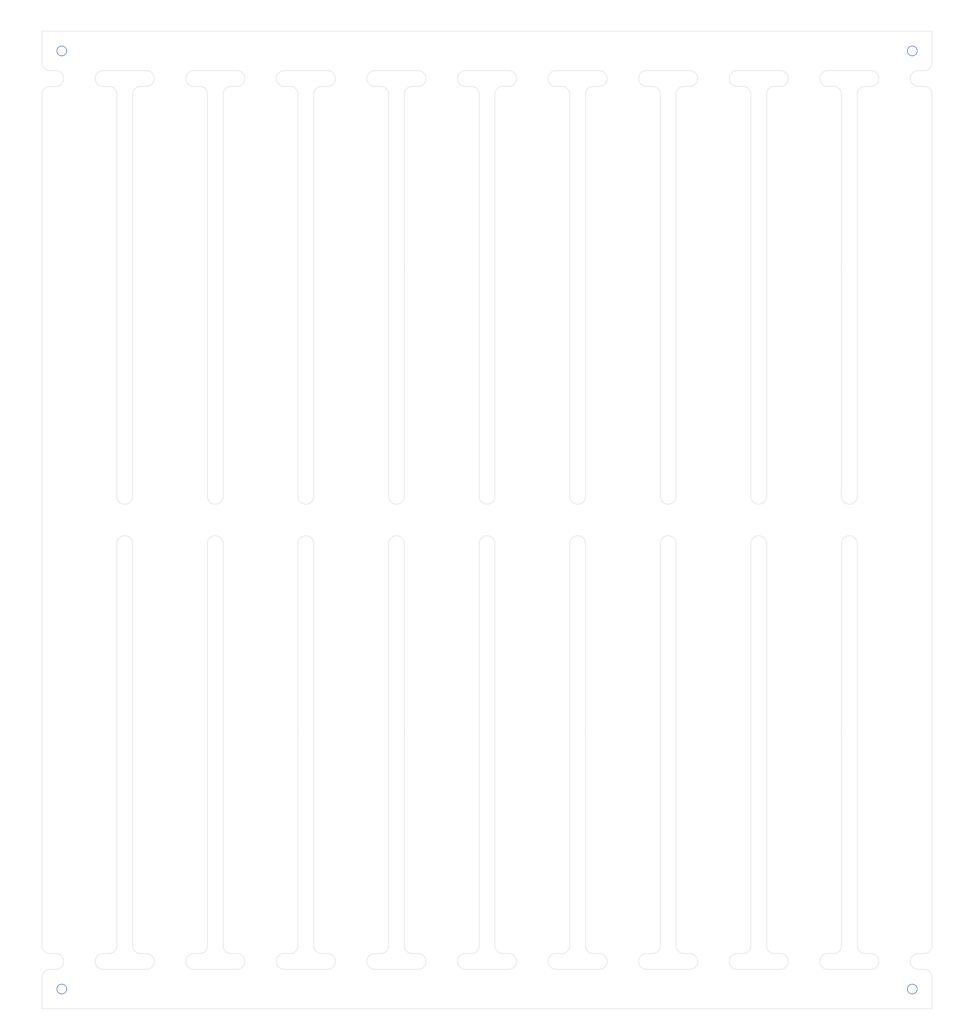
<source format=kicad_pcb>
(kicad_pcb (version 20171130) (host pcbnew "(5.1.4)-1")

  (general
    (thickness 1.6)
    (drawings 244)
    (tracks 0)
    (zones 0)
    (modules 49)
    (nets 1)
  )

  (page A4)
  (layers
    (0 F.Cu signal)
    (31 B.Cu signal)
    (32 B.Adhes user)
    (33 F.Adhes user)
    (34 B.Paste user)
    (35 F.Paste user)
    (36 B.SilkS user)
    (37 F.SilkS user)
    (38 B.Mask user)
    (39 F.Mask user)
    (40 Dwgs.User user)
    (41 Cmts.User user)
    (42 Eco1.User user)
    (43 Eco2.User user)
    (44 Edge.Cuts user)
    (45 Margin user)
    (46 B.CrtYd user)
    (47 F.CrtYd user)
    (48 B.Fab user)
    (49 F.Fab user)
  )

  (setup
    (last_trace_width 0.25)
    (user_trace_width 0.2)
    (trace_clearance 0.2)
    (zone_clearance 0.508)
    (zone_45_only no)
    (trace_min 0.2)
    (via_size 0.8)
    (via_drill 0.4)
    (via_min_size 0.4)
    (via_min_drill 0.3)
    (user_via 0.6 0.3)
    (uvia_size 0.3)
    (uvia_drill 0.1)
    (uvias_allowed no)
    (uvia_min_size 0.2)
    (uvia_min_drill 0.1)
    (edge_width 0.05)
    (segment_width 0.2)
    (pcb_text_width 0.3)
    (pcb_text_size 1.5 1.5)
    (mod_edge_width 0.12)
    (mod_text_size 1 1)
    (mod_text_width 0.15)
    (pad_size 1.524 1.524)
    (pad_drill 0.762)
    (pad_to_mask_clearance 0.051)
    (solder_mask_min_width 0.25)
    (aux_axis_origin 50 167)
    (grid_origin 50 167)
    (visible_elements 7FFFF7FF)
    (pcbplotparams
      (layerselection 0x010fc_ffffffff)
      (usegerberextensions true)
      (usegerberattributes false)
      (usegerberadvancedattributes false)
      (creategerberjobfile false)
      (excludeedgelayer true)
      (linewidth 0.100000)
      (plotframeref false)
      (viasonmask false)
      (mode 1)
      (useauxorigin false)
      (hpglpennumber 1)
      (hpglpenspeed 20)
      (hpglpendiameter 15.000000)
      (psnegative false)
      (psa4output false)
      (plotreference true)
      (plotvalue true)
      (plotinvisibletext false)
      (padsonsilk false)
      (subtractmaskfromsilk true)
      (outputformat 1)
      (mirror false)
      (drillshape 0)
      (scaleselection 1)
      (outputdirectory "panelize/gerber/"))
  )

  (net 0 "")

  (net_class Default "これはデフォルトのネット クラスです。"
    (clearance 0.2)
    (trace_width 0.25)
    (via_dia 0.8)
    (via_drill 0.4)
    (uvia_dia 0.3)
    (uvia_drill 0.1)
  )

  (module kicadlib:PANELIZE_MOUSE_BITES (layer F.Cu) (tedit 60928F6A) (tstamp 616B82C6)
    (at 152.5 105)
    (fp_text reference REF** (at 1 0) (layer F.SilkS) hide
      (effects (font (size 1 1) (thickness 0.15)))
    )
    (fp_text value PANELIZE_MOUSE_BITES (at 1 -1) (layer F.Fab)
      (effects (font (size 1 1) (thickness 0.15)))
    )
    (fp_arc (start 0 -3) (end -1 -3) (angle -180) (layer Eco1.User) (width 0.12))
    (fp_arc (start 0 3) (end 1 3) (angle -180) (layer Eco1.User) (width 0.12))
    (pad "" np_thru_hole circle (at 1 -0.5) (size 0.5 0.5) (drill 0.5) (layers *.Cu *.Mask))
    (pad "" np_thru_hole circle (at 1 -1.5) (size 0.5 0.5) (drill 0.5) (layers *.Cu *.Mask))
    (pad "" np_thru_hole circle (at 1 0.5) (size 0.5 0.5) (drill 0.5) (layers *.Cu *.Mask))
    (pad "" np_thru_hole circle (at 1 1.5) (size 0.5 0.5) (drill 0.5) (layers *.Cu *.Mask))
    (pad "" np_thru_hole circle (at -1 -0.5) (size 0.5 0.5) (drill 0.5) (layers *.Cu *.Mask))
    (pad "" np_thru_hole circle (at -1 0.5) (size 0.5 0.5) (drill 0.5) (layers *.Cu *.Mask))
    (pad "" np_thru_hole circle (at -1 1.5) (size 0.5 0.5) (drill 0.5) (layers *.Cu *.Mask))
    (pad "" np_thru_hole circle (at -1 -1.5) (size 0.5 0.5) (drill 0.5) (layers *.Cu *.Mask))
  )

  (module kicadlib:PANELIZE_MOUSE_BITES (layer F.Cu) (tedit 60928F6A) (tstamp 616B82AC)
    (at 141 105)
    (fp_text reference REF** (at 1 0) (layer F.SilkS) hide
      (effects (font (size 1 1) (thickness 0.15)))
    )
    (fp_text value PANELIZE_MOUSE_BITES (at 1 -1) (layer F.Fab)
      (effects (font (size 1 1) (thickness 0.15)))
    )
    (fp_arc (start 0 -3) (end -1 -3) (angle -180) (layer Eco1.User) (width 0.12))
    (fp_arc (start 0 3) (end 1 3) (angle -180) (layer Eco1.User) (width 0.12))
    (pad "" np_thru_hole circle (at 1 -0.5) (size 0.5 0.5) (drill 0.5) (layers *.Cu *.Mask))
    (pad "" np_thru_hole circle (at 1 -1.5) (size 0.5 0.5) (drill 0.5) (layers *.Cu *.Mask))
    (pad "" np_thru_hole circle (at 1 0.5) (size 0.5 0.5) (drill 0.5) (layers *.Cu *.Mask))
    (pad "" np_thru_hole circle (at 1 1.5) (size 0.5 0.5) (drill 0.5) (layers *.Cu *.Mask))
    (pad "" np_thru_hole circle (at -1 -0.5) (size 0.5 0.5) (drill 0.5) (layers *.Cu *.Mask))
    (pad "" np_thru_hole circle (at -1 0.5) (size 0.5 0.5) (drill 0.5) (layers *.Cu *.Mask))
    (pad "" np_thru_hole circle (at -1 1.5) (size 0.5 0.5) (drill 0.5) (layers *.Cu *.Mask))
    (pad "" np_thru_hole circle (at -1 -1.5) (size 0.5 0.5) (drill 0.5) (layers *.Cu *.Mask))
  )

  (module kicadlib:PANELIZE_MOUSE_BITES (layer F.Cu) (tedit 60928F6A) (tstamp 616B8292)
    (at 129.5 105)
    (fp_text reference REF** (at 1 0) (layer F.SilkS) hide
      (effects (font (size 1 1) (thickness 0.15)))
    )
    (fp_text value PANELIZE_MOUSE_BITES (at 1 -1) (layer F.Fab)
      (effects (font (size 1 1) (thickness 0.15)))
    )
    (fp_arc (start 0 -3) (end -1 -3) (angle -180) (layer Eco1.User) (width 0.12))
    (fp_arc (start 0 3) (end 1 3) (angle -180) (layer Eco1.User) (width 0.12))
    (pad "" np_thru_hole circle (at 1 -0.5) (size 0.5 0.5) (drill 0.5) (layers *.Cu *.Mask))
    (pad "" np_thru_hole circle (at 1 -1.5) (size 0.5 0.5) (drill 0.5) (layers *.Cu *.Mask))
    (pad "" np_thru_hole circle (at 1 0.5) (size 0.5 0.5) (drill 0.5) (layers *.Cu *.Mask))
    (pad "" np_thru_hole circle (at 1 1.5) (size 0.5 0.5) (drill 0.5) (layers *.Cu *.Mask))
    (pad "" np_thru_hole circle (at -1 -0.5) (size 0.5 0.5) (drill 0.5) (layers *.Cu *.Mask))
    (pad "" np_thru_hole circle (at -1 0.5) (size 0.5 0.5) (drill 0.5) (layers *.Cu *.Mask))
    (pad "" np_thru_hole circle (at -1 1.5) (size 0.5 0.5) (drill 0.5) (layers *.Cu *.Mask))
    (pad "" np_thru_hole circle (at -1 -1.5) (size 0.5 0.5) (drill 0.5) (layers *.Cu *.Mask))
  )

  (module kicadlib:PANELIZE_MOUSE_BITES (layer F.Cu) (tedit 60928F6A) (tstamp 616B8278)
    (at 118 105)
    (fp_text reference REF** (at 1 0) (layer F.SilkS) hide
      (effects (font (size 1 1) (thickness 0.15)))
    )
    (fp_text value PANELIZE_MOUSE_BITES (at 1 -1) (layer F.Fab)
      (effects (font (size 1 1) (thickness 0.15)))
    )
    (fp_arc (start 0 -3) (end -1 -3) (angle -180) (layer Eco1.User) (width 0.12))
    (fp_arc (start 0 3) (end 1 3) (angle -180) (layer Eco1.User) (width 0.12))
    (pad "" np_thru_hole circle (at 1 -0.5) (size 0.5 0.5) (drill 0.5) (layers *.Cu *.Mask))
    (pad "" np_thru_hole circle (at 1 -1.5) (size 0.5 0.5) (drill 0.5) (layers *.Cu *.Mask))
    (pad "" np_thru_hole circle (at 1 0.5) (size 0.5 0.5) (drill 0.5) (layers *.Cu *.Mask))
    (pad "" np_thru_hole circle (at 1 1.5) (size 0.5 0.5) (drill 0.5) (layers *.Cu *.Mask))
    (pad "" np_thru_hole circle (at -1 -0.5) (size 0.5 0.5) (drill 0.5) (layers *.Cu *.Mask))
    (pad "" np_thru_hole circle (at -1 0.5) (size 0.5 0.5) (drill 0.5) (layers *.Cu *.Mask))
    (pad "" np_thru_hole circle (at -1 1.5) (size 0.5 0.5) (drill 0.5) (layers *.Cu *.Mask))
    (pad "" np_thru_hole circle (at -1 -1.5) (size 0.5 0.5) (drill 0.5) (layers *.Cu *.Mask))
  )

  (module kicadlib:PANELIZE_MOUSE_BITES (layer F.Cu) (tedit 60928F6A) (tstamp 616B825E)
    (at 106.5 105)
    (fp_text reference REF** (at 1 0) (layer F.SilkS) hide
      (effects (font (size 1 1) (thickness 0.15)))
    )
    (fp_text value PANELIZE_MOUSE_BITES (at 1 -1) (layer F.Fab)
      (effects (font (size 1 1) (thickness 0.15)))
    )
    (fp_arc (start 0 -3) (end -1 -3) (angle -180) (layer Eco1.User) (width 0.12))
    (fp_arc (start 0 3) (end 1 3) (angle -180) (layer Eco1.User) (width 0.12))
    (pad "" np_thru_hole circle (at 1 -0.5) (size 0.5 0.5) (drill 0.5) (layers *.Cu *.Mask))
    (pad "" np_thru_hole circle (at 1 -1.5) (size 0.5 0.5) (drill 0.5) (layers *.Cu *.Mask))
    (pad "" np_thru_hole circle (at 1 0.5) (size 0.5 0.5) (drill 0.5) (layers *.Cu *.Mask))
    (pad "" np_thru_hole circle (at 1 1.5) (size 0.5 0.5) (drill 0.5) (layers *.Cu *.Mask))
    (pad "" np_thru_hole circle (at -1 -0.5) (size 0.5 0.5) (drill 0.5) (layers *.Cu *.Mask))
    (pad "" np_thru_hole circle (at -1 0.5) (size 0.5 0.5) (drill 0.5) (layers *.Cu *.Mask))
    (pad "" np_thru_hole circle (at -1 1.5) (size 0.5 0.5) (drill 0.5) (layers *.Cu *.Mask))
    (pad "" np_thru_hole circle (at -1 -1.5) (size 0.5 0.5) (drill 0.5) (layers *.Cu *.Mask))
  )

  (module kicadlib:PANELIZE_MOUSE_BITES (layer F.Cu) (tedit 60928F6A) (tstamp 616B8244)
    (at 95 105)
    (fp_text reference REF** (at 1 0) (layer F.SilkS) hide
      (effects (font (size 1 1) (thickness 0.15)))
    )
    (fp_text value PANELIZE_MOUSE_BITES (at 1 -1) (layer F.Fab)
      (effects (font (size 1 1) (thickness 0.15)))
    )
    (fp_arc (start 0 -3) (end -1 -3) (angle -180) (layer Eco1.User) (width 0.12))
    (fp_arc (start 0 3) (end 1 3) (angle -180) (layer Eco1.User) (width 0.12))
    (pad "" np_thru_hole circle (at 1 -0.5) (size 0.5 0.5) (drill 0.5) (layers *.Cu *.Mask))
    (pad "" np_thru_hole circle (at 1 -1.5) (size 0.5 0.5) (drill 0.5) (layers *.Cu *.Mask))
    (pad "" np_thru_hole circle (at 1 0.5) (size 0.5 0.5) (drill 0.5) (layers *.Cu *.Mask))
    (pad "" np_thru_hole circle (at 1 1.5) (size 0.5 0.5) (drill 0.5) (layers *.Cu *.Mask))
    (pad "" np_thru_hole circle (at -1 -0.5) (size 0.5 0.5) (drill 0.5) (layers *.Cu *.Mask))
    (pad "" np_thru_hole circle (at -1 0.5) (size 0.5 0.5) (drill 0.5) (layers *.Cu *.Mask))
    (pad "" np_thru_hole circle (at -1 1.5) (size 0.5 0.5) (drill 0.5) (layers *.Cu *.Mask))
    (pad "" np_thru_hole circle (at -1 -1.5) (size 0.5 0.5) (drill 0.5) (layers *.Cu *.Mask))
  )

  (module kicadlib:PANELIZE_MOUSE_BITES (layer F.Cu) (tedit 60928F6A) (tstamp 616B822A)
    (at 83.5 105)
    (fp_text reference REF** (at 1 0) (layer F.SilkS) hide
      (effects (font (size 1 1) (thickness 0.15)))
    )
    (fp_text value PANELIZE_MOUSE_BITES (at 1 -1) (layer F.Fab)
      (effects (font (size 1 1) (thickness 0.15)))
    )
    (fp_arc (start 0 -3) (end -1 -3) (angle -180) (layer Eco1.User) (width 0.12))
    (fp_arc (start 0 3) (end 1 3) (angle -180) (layer Eco1.User) (width 0.12))
    (pad "" np_thru_hole circle (at 1 -0.5) (size 0.5 0.5) (drill 0.5) (layers *.Cu *.Mask))
    (pad "" np_thru_hole circle (at 1 -1.5) (size 0.5 0.5) (drill 0.5) (layers *.Cu *.Mask))
    (pad "" np_thru_hole circle (at 1 0.5) (size 0.5 0.5) (drill 0.5) (layers *.Cu *.Mask))
    (pad "" np_thru_hole circle (at 1 1.5) (size 0.5 0.5) (drill 0.5) (layers *.Cu *.Mask))
    (pad "" np_thru_hole circle (at -1 -0.5) (size 0.5 0.5) (drill 0.5) (layers *.Cu *.Mask))
    (pad "" np_thru_hole circle (at -1 0.5) (size 0.5 0.5) (drill 0.5) (layers *.Cu *.Mask))
    (pad "" np_thru_hole circle (at -1 1.5) (size 0.5 0.5) (drill 0.5) (layers *.Cu *.Mask))
    (pad "" np_thru_hole circle (at -1 -1.5) (size 0.5 0.5) (drill 0.5) (layers *.Cu *.Mask))
  )

  (module kicadlib:PANELIZE_MOUSE_BITES (layer F.Cu) (tedit 60928F6A) (tstamp 616B8210)
    (at 72 105)
    (fp_text reference REF** (at 1 0) (layer F.SilkS) hide
      (effects (font (size 1 1) (thickness 0.15)))
    )
    (fp_text value PANELIZE_MOUSE_BITES (at 1 -1) (layer F.Fab)
      (effects (font (size 1 1) (thickness 0.15)))
    )
    (fp_arc (start 0 -3) (end -1 -3) (angle -180) (layer Eco1.User) (width 0.12))
    (fp_arc (start 0 3) (end 1 3) (angle -180) (layer Eco1.User) (width 0.12))
    (pad "" np_thru_hole circle (at 1 -0.5) (size 0.5 0.5) (drill 0.5) (layers *.Cu *.Mask))
    (pad "" np_thru_hole circle (at 1 -1.5) (size 0.5 0.5) (drill 0.5) (layers *.Cu *.Mask))
    (pad "" np_thru_hole circle (at 1 0.5) (size 0.5 0.5) (drill 0.5) (layers *.Cu *.Mask))
    (pad "" np_thru_hole circle (at 1 1.5) (size 0.5 0.5) (drill 0.5) (layers *.Cu *.Mask))
    (pad "" np_thru_hole circle (at -1 -0.5) (size 0.5 0.5) (drill 0.5) (layers *.Cu *.Mask))
    (pad "" np_thru_hole circle (at -1 0.5) (size 0.5 0.5) (drill 0.5) (layers *.Cu *.Mask))
    (pad "" np_thru_hole circle (at -1 1.5) (size 0.5 0.5) (drill 0.5) (layers *.Cu *.Mask))
    (pad "" np_thru_hole circle (at -1 -1.5) (size 0.5 0.5) (drill 0.5) (layers *.Cu *.Mask))
  )

  (module kicadlib:PANELIZE_MOUSE_BITES (layer F.Cu) (tedit 60928F6A) (tstamp 616B81E8)
    (at 158.25 49 90)
    (fp_text reference REF** (at 1 0 90) (layer F.SilkS) hide
      (effects (font (size 1 1) (thickness 0.15)))
    )
    (fp_text value PANELIZE_MOUSE_BITES (at 1 -1 90) (layer F.Fab)
      (effects (font (size 1 1) (thickness 0.15)))
    )
    (fp_arc (start 0 -3) (end -1 -3) (angle -180) (layer Eco1.User) (width 0.12))
    (fp_arc (start 0 3) (end 1 3) (angle -180) (layer Eco1.User) (width 0.12))
    (pad "" np_thru_hole circle (at 1 -0.5 90) (size 0.5 0.5) (drill 0.5) (layers *.Cu *.Mask))
    (pad "" np_thru_hole circle (at 1 -1.5 90) (size 0.5 0.5) (drill 0.5) (layers *.Cu *.Mask))
    (pad "" np_thru_hole circle (at 1 0.5 90) (size 0.5 0.5) (drill 0.5) (layers *.Cu *.Mask))
    (pad "" np_thru_hole circle (at 1 1.5 90) (size 0.5 0.5) (drill 0.5) (layers *.Cu *.Mask))
    (pad "" np_thru_hole circle (at -1 -0.5 90) (size 0.5 0.5) (drill 0.5) (layers *.Cu *.Mask))
    (pad "" np_thru_hole circle (at -1 0.5 90) (size 0.5 0.5) (drill 0.5) (layers *.Cu *.Mask))
    (pad "" np_thru_hole circle (at -1 1.5 90) (size 0.5 0.5) (drill 0.5) (layers *.Cu *.Mask))
    (pad "" np_thru_hole circle (at -1 -1.5 90) (size 0.5 0.5) (drill 0.5) (layers *.Cu *.Mask))
  )

  (module kicadlib:PANELIZE_MOUSE_BITES (layer F.Cu) (tedit 60928F6A) (tstamp 616B81CE)
    (at 146.75 49 90)
    (fp_text reference REF** (at 1 0 90) (layer F.SilkS) hide
      (effects (font (size 1 1) (thickness 0.15)))
    )
    (fp_text value PANELIZE_MOUSE_BITES (at 1 -1 90) (layer F.Fab)
      (effects (font (size 1 1) (thickness 0.15)))
    )
    (fp_arc (start 0 -3) (end -1 -3) (angle -180) (layer Eco1.User) (width 0.12))
    (fp_arc (start 0 3) (end 1 3) (angle -180) (layer Eco1.User) (width 0.12))
    (pad "" np_thru_hole circle (at 1 -0.5 90) (size 0.5 0.5) (drill 0.5) (layers *.Cu *.Mask))
    (pad "" np_thru_hole circle (at 1 -1.5 90) (size 0.5 0.5) (drill 0.5) (layers *.Cu *.Mask))
    (pad "" np_thru_hole circle (at 1 0.5 90) (size 0.5 0.5) (drill 0.5) (layers *.Cu *.Mask))
    (pad "" np_thru_hole circle (at 1 1.5 90) (size 0.5 0.5) (drill 0.5) (layers *.Cu *.Mask))
    (pad "" np_thru_hole circle (at -1 -0.5 90) (size 0.5 0.5) (drill 0.5) (layers *.Cu *.Mask))
    (pad "" np_thru_hole circle (at -1 0.5 90) (size 0.5 0.5) (drill 0.5) (layers *.Cu *.Mask))
    (pad "" np_thru_hole circle (at -1 1.5 90) (size 0.5 0.5) (drill 0.5) (layers *.Cu *.Mask))
    (pad "" np_thru_hole circle (at -1 -1.5 90) (size 0.5 0.5) (drill 0.5) (layers *.Cu *.Mask))
  )

  (module kicadlib:PANELIZE_MOUSE_BITES (layer F.Cu) (tedit 60928F6A) (tstamp 616B81B4)
    (at 135.25 49 90)
    (fp_text reference REF** (at 1 0 90) (layer F.SilkS) hide
      (effects (font (size 1 1) (thickness 0.15)))
    )
    (fp_text value PANELIZE_MOUSE_BITES (at 1 -1 90) (layer F.Fab)
      (effects (font (size 1 1) (thickness 0.15)))
    )
    (fp_arc (start 0 -3) (end -1 -3) (angle -180) (layer Eco1.User) (width 0.12))
    (fp_arc (start 0 3) (end 1 3) (angle -180) (layer Eco1.User) (width 0.12))
    (pad "" np_thru_hole circle (at 1 -0.5 90) (size 0.5 0.5) (drill 0.5) (layers *.Cu *.Mask))
    (pad "" np_thru_hole circle (at 1 -1.5 90) (size 0.5 0.5) (drill 0.5) (layers *.Cu *.Mask))
    (pad "" np_thru_hole circle (at 1 0.5 90) (size 0.5 0.5) (drill 0.5) (layers *.Cu *.Mask))
    (pad "" np_thru_hole circle (at 1 1.5 90) (size 0.5 0.5) (drill 0.5) (layers *.Cu *.Mask))
    (pad "" np_thru_hole circle (at -1 -0.5 90) (size 0.5 0.5) (drill 0.5) (layers *.Cu *.Mask))
    (pad "" np_thru_hole circle (at -1 0.5 90) (size 0.5 0.5) (drill 0.5) (layers *.Cu *.Mask))
    (pad "" np_thru_hole circle (at -1 1.5 90) (size 0.5 0.5) (drill 0.5) (layers *.Cu *.Mask))
    (pad "" np_thru_hole circle (at -1 -1.5 90) (size 0.5 0.5) (drill 0.5) (layers *.Cu *.Mask))
  )

  (module kicadlib:PANELIZE_MOUSE_BITES (layer F.Cu) (tedit 60928F6A) (tstamp 616B819A)
    (at 123.75 49 90)
    (fp_text reference REF** (at 1 0 90) (layer F.SilkS) hide
      (effects (font (size 1 1) (thickness 0.15)))
    )
    (fp_text value PANELIZE_MOUSE_BITES (at 1 -1 90) (layer F.Fab)
      (effects (font (size 1 1) (thickness 0.15)))
    )
    (fp_arc (start 0 -3) (end -1 -3) (angle -180) (layer Eco1.User) (width 0.12))
    (fp_arc (start 0 3) (end 1 3) (angle -180) (layer Eco1.User) (width 0.12))
    (pad "" np_thru_hole circle (at 1 -0.5 90) (size 0.5 0.5) (drill 0.5) (layers *.Cu *.Mask))
    (pad "" np_thru_hole circle (at 1 -1.5 90) (size 0.5 0.5) (drill 0.5) (layers *.Cu *.Mask))
    (pad "" np_thru_hole circle (at 1 0.5 90) (size 0.5 0.5) (drill 0.5) (layers *.Cu *.Mask))
    (pad "" np_thru_hole circle (at 1 1.5 90) (size 0.5 0.5) (drill 0.5) (layers *.Cu *.Mask))
    (pad "" np_thru_hole circle (at -1 -0.5 90) (size 0.5 0.5) (drill 0.5) (layers *.Cu *.Mask))
    (pad "" np_thru_hole circle (at -1 0.5 90) (size 0.5 0.5) (drill 0.5) (layers *.Cu *.Mask))
    (pad "" np_thru_hole circle (at -1 1.5 90) (size 0.5 0.5) (drill 0.5) (layers *.Cu *.Mask))
    (pad "" np_thru_hole circle (at -1 -1.5 90) (size 0.5 0.5) (drill 0.5) (layers *.Cu *.Mask))
  )

  (module kicadlib:PANELIZE_MOUSE_BITES (layer F.Cu) (tedit 60928F6A) (tstamp 616B8180)
    (at 112.25 49 90)
    (fp_text reference REF** (at 1 0 90) (layer F.SilkS) hide
      (effects (font (size 1 1) (thickness 0.15)))
    )
    (fp_text value PANELIZE_MOUSE_BITES (at 1 -1 90) (layer F.Fab)
      (effects (font (size 1 1) (thickness 0.15)))
    )
    (fp_arc (start 0 -3) (end -1 -3) (angle -180) (layer Eco1.User) (width 0.12))
    (fp_arc (start 0 3) (end 1 3) (angle -180) (layer Eco1.User) (width 0.12))
    (pad "" np_thru_hole circle (at 1 -0.5 90) (size 0.5 0.5) (drill 0.5) (layers *.Cu *.Mask))
    (pad "" np_thru_hole circle (at 1 -1.5 90) (size 0.5 0.5) (drill 0.5) (layers *.Cu *.Mask))
    (pad "" np_thru_hole circle (at 1 0.5 90) (size 0.5 0.5) (drill 0.5) (layers *.Cu *.Mask))
    (pad "" np_thru_hole circle (at 1 1.5 90) (size 0.5 0.5) (drill 0.5) (layers *.Cu *.Mask))
    (pad "" np_thru_hole circle (at -1 -0.5 90) (size 0.5 0.5) (drill 0.5) (layers *.Cu *.Mask))
    (pad "" np_thru_hole circle (at -1 0.5 90) (size 0.5 0.5) (drill 0.5) (layers *.Cu *.Mask))
    (pad "" np_thru_hole circle (at -1 1.5 90) (size 0.5 0.5) (drill 0.5) (layers *.Cu *.Mask))
    (pad "" np_thru_hole circle (at -1 -1.5 90) (size 0.5 0.5) (drill 0.5) (layers *.Cu *.Mask))
  )

  (module kicadlib:PANELIZE_MOUSE_BITES (layer F.Cu) (tedit 60928F6A) (tstamp 616B8166)
    (at 100.75 49 90)
    (fp_text reference REF** (at 1 0 90) (layer F.SilkS) hide
      (effects (font (size 1 1) (thickness 0.15)))
    )
    (fp_text value PANELIZE_MOUSE_BITES (at 1 -1 90) (layer F.Fab)
      (effects (font (size 1 1) (thickness 0.15)))
    )
    (fp_arc (start 0 -3) (end -1 -3) (angle -180) (layer Eco1.User) (width 0.12))
    (fp_arc (start 0 3) (end 1 3) (angle -180) (layer Eco1.User) (width 0.12))
    (pad "" np_thru_hole circle (at 1 -0.5 90) (size 0.5 0.5) (drill 0.5) (layers *.Cu *.Mask))
    (pad "" np_thru_hole circle (at 1 -1.5 90) (size 0.5 0.5) (drill 0.5) (layers *.Cu *.Mask))
    (pad "" np_thru_hole circle (at 1 0.5 90) (size 0.5 0.5) (drill 0.5) (layers *.Cu *.Mask))
    (pad "" np_thru_hole circle (at 1 1.5 90) (size 0.5 0.5) (drill 0.5) (layers *.Cu *.Mask))
    (pad "" np_thru_hole circle (at -1 -0.5 90) (size 0.5 0.5) (drill 0.5) (layers *.Cu *.Mask))
    (pad "" np_thru_hole circle (at -1 0.5 90) (size 0.5 0.5) (drill 0.5) (layers *.Cu *.Mask))
    (pad "" np_thru_hole circle (at -1 1.5 90) (size 0.5 0.5) (drill 0.5) (layers *.Cu *.Mask))
    (pad "" np_thru_hole circle (at -1 -1.5 90) (size 0.5 0.5) (drill 0.5) (layers *.Cu *.Mask))
  )

  (module kicadlib:PANELIZE_MOUSE_BITES (layer F.Cu) (tedit 60928F6A) (tstamp 616B814C)
    (at 89.25 49 90)
    (fp_text reference REF** (at 1 0 90) (layer F.SilkS) hide
      (effects (font (size 1 1) (thickness 0.15)))
    )
    (fp_text value PANELIZE_MOUSE_BITES (at 1 -1 90) (layer F.Fab)
      (effects (font (size 1 1) (thickness 0.15)))
    )
    (fp_arc (start 0 -3) (end -1 -3) (angle -180) (layer Eco1.User) (width 0.12))
    (fp_arc (start 0 3) (end 1 3) (angle -180) (layer Eco1.User) (width 0.12))
    (pad "" np_thru_hole circle (at 1 -0.5 90) (size 0.5 0.5) (drill 0.5) (layers *.Cu *.Mask))
    (pad "" np_thru_hole circle (at 1 -1.5 90) (size 0.5 0.5) (drill 0.5) (layers *.Cu *.Mask))
    (pad "" np_thru_hole circle (at 1 0.5 90) (size 0.5 0.5) (drill 0.5) (layers *.Cu *.Mask))
    (pad "" np_thru_hole circle (at 1 1.5 90) (size 0.5 0.5) (drill 0.5) (layers *.Cu *.Mask))
    (pad "" np_thru_hole circle (at -1 -0.5 90) (size 0.5 0.5) (drill 0.5) (layers *.Cu *.Mask))
    (pad "" np_thru_hole circle (at -1 0.5 90) (size 0.5 0.5) (drill 0.5) (layers *.Cu *.Mask))
    (pad "" np_thru_hole circle (at -1 1.5 90) (size 0.5 0.5) (drill 0.5) (layers *.Cu *.Mask))
    (pad "" np_thru_hole circle (at -1 -1.5 90) (size 0.5 0.5) (drill 0.5) (layers *.Cu *.Mask))
  )

  (module kicadlib:PANELIZE_MOUSE_BITES (layer F.Cu) (tedit 60928F6A) (tstamp 616B8132)
    (at 77.75 49 90)
    (fp_text reference REF** (at 1 0 90) (layer F.SilkS) hide
      (effects (font (size 1 1) (thickness 0.15)))
    )
    (fp_text value PANELIZE_MOUSE_BITES (at 1 -1 90) (layer F.Fab)
      (effects (font (size 1 1) (thickness 0.15)))
    )
    (fp_arc (start 0 -3) (end -1 -3) (angle -180) (layer Eco1.User) (width 0.12))
    (fp_arc (start 0 3) (end 1 3) (angle -180) (layer Eco1.User) (width 0.12))
    (pad "" np_thru_hole circle (at 1 -0.5 90) (size 0.5 0.5) (drill 0.5) (layers *.Cu *.Mask))
    (pad "" np_thru_hole circle (at 1 -1.5 90) (size 0.5 0.5) (drill 0.5) (layers *.Cu *.Mask))
    (pad "" np_thru_hole circle (at 1 0.5 90) (size 0.5 0.5) (drill 0.5) (layers *.Cu *.Mask))
    (pad "" np_thru_hole circle (at 1 1.5 90) (size 0.5 0.5) (drill 0.5) (layers *.Cu *.Mask))
    (pad "" np_thru_hole circle (at -1 -0.5 90) (size 0.5 0.5) (drill 0.5) (layers *.Cu *.Mask))
    (pad "" np_thru_hole circle (at -1 0.5 90) (size 0.5 0.5) (drill 0.5) (layers *.Cu *.Mask))
    (pad "" np_thru_hole circle (at -1 1.5 90) (size 0.5 0.5) (drill 0.5) (layers *.Cu *.Mask))
    (pad "" np_thru_hole circle (at -1 -1.5 90) (size 0.5 0.5) (drill 0.5) (layers *.Cu *.Mask))
  )

  (module kicadlib:PANELIZE_MOUSE_BITES (layer F.Cu) (tedit 60928F6A) (tstamp 615EE365)
    (at 118 164.5 180)
    (fp_text reference REF** (at 1 0) (layer F.SilkS) hide
      (effects (font (size 1 1) (thickness 0.15)))
    )
    (fp_text value PANELIZE_MOUSE_BITES (at 1 -1) (layer F.Fab)
      (effects (font (size 1 1) (thickness 0.15)))
    )
    (fp_arc (start 0 -3) (end -1 -3) (angle -180) (layer Eco1.User) (width 0.12))
    (fp_arc (start 0 3) (end 1 3) (angle -180) (layer Eco1.User) (width 0.12))
    (pad "" np_thru_hole circle (at 1 -0.5 180) (size 0.5 0.5) (drill 0.5) (layers *.Cu *.Mask))
    (pad "" np_thru_hole circle (at 1 -1.5 180) (size 0.5 0.5) (drill 0.5) (layers *.Cu *.Mask))
    (pad "" np_thru_hole circle (at 1 0.5 180) (size 0.5 0.5) (drill 0.5) (layers *.Cu *.Mask))
    (pad "" np_thru_hole circle (at 1 1.5 180) (size 0.5 0.5) (drill 0.5) (layers *.Cu *.Mask))
    (pad "" np_thru_hole circle (at -1 -0.5 180) (size 0.5 0.5) (drill 0.5) (layers *.Cu *.Mask))
    (pad "" np_thru_hole circle (at -1 0.5 180) (size 0.5 0.5) (drill 0.5) (layers *.Cu *.Mask))
    (pad "" np_thru_hole circle (at -1 1.5 180) (size 0.5 0.5) (drill 0.5) (layers *.Cu *.Mask))
    (pad "" np_thru_hole circle (at -1 -1.5 180) (size 0.5 0.5) (drill 0.5) (layers *.Cu *.Mask))
  )

  (module kicadlib:PANELIZE_MOUSE_BITES (layer F.Cu) (tedit 60928F6A) (tstamp 615EE358)
    (at 141 164.5 180)
    (fp_text reference REF** (at 1 0) (layer F.SilkS) hide
      (effects (font (size 1 1) (thickness 0.15)))
    )
    (fp_text value PANELIZE_MOUSE_BITES (at 1 -1) (layer F.Fab)
      (effects (font (size 1 1) (thickness 0.15)))
    )
    (fp_arc (start 0 3) (end 1 3) (angle -180) (layer Eco1.User) (width 0.12))
    (fp_arc (start 0 -3) (end -1 -3) (angle -180) (layer Eco1.User) (width 0.12))
    (pad "" np_thru_hole circle (at -1 -1.5 180) (size 0.5 0.5) (drill 0.5) (layers *.Cu *.Mask))
    (pad "" np_thru_hole circle (at -1 1.5 180) (size 0.5 0.5) (drill 0.5) (layers *.Cu *.Mask))
    (pad "" np_thru_hole circle (at -1 0.5 180) (size 0.5 0.5) (drill 0.5) (layers *.Cu *.Mask))
    (pad "" np_thru_hole circle (at -1 -0.5 180) (size 0.5 0.5) (drill 0.5) (layers *.Cu *.Mask))
    (pad "" np_thru_hole circle (at 1 1.5 180) (size 0.5 0.5) (drill 0.5) (layers *.Cu *.Mask))
    (pad "" np_thru_hole circle (at 1 0.5 180) (size 0.5 0.5) (drill 0.5) (layers *.Cu *.Mask))
    (pad "" np_thru_hole circle (at 1 -1.5 180) (size 0.5 0.5) (drill 0.5) (layers *.Cu *.Mask))
    (pad "" np_thru_hole circle (at 1 -0.5 180) (size 0.5 0.5) (drill 0.5) (layers *.Cu *.Mask))
  )

  (module kicadlib:PANELIZE_MOUSE_BITES (layer F.Cu) (tedit 60928F6A) (tstamp 615EE34B)
    (at 72 164.5 180)
    (fp_text reference REF** (at 1 0) (layer F.SilkS) hide
      (effects (font (size 1 1) (thickness 0.15)))
    )
    (fp_text value PANELIZE_MOUSE_BITES (at 1 -1) (layer F.Fab)
      (effects (font (size 1 1) (thickness 0.15)))
    )
    (fp_arc (start 0 -3) (end -1 -3) (angle -180) (layer Eco1.User) (width 0.12))
    (fp_arc (start 0 3) (end 1 3) (angle -180) (layer Eco1.User) (width 0.12))
    (pad "" np_thru_hole circle (at 1 -0.5 180) (size 0.5 0.5) (drill 0.5) (layers *.Cu *.Mask))
    (pad "" np_thru_hole circle (at 1 -1.5 180) (size 0.5 0.5) (drill 0.5) (layers *.Cu *.Mask))
    (pad "" np_thru_hole circle (at 1 0.5 180) (size 0.5 0.5) (drill 0.5) (layers *.Cu *.Mask))
    (pad "" np_thru_hole circle (at 1 1.5 180) (size 0.5 0.5) (drill 0.5) (layers *.Cu *.Mask))
    (pad "" np_thru_hole circle (at -1 -0.5 180) (size 0.5 0.5) (drill 0.5) (layers *.Cu *.Mask))
    (pad "" np_thru_hole circle (at -1 0.5 180) (size 0.5 0.5) (drill 0.5) (layers *.Cu *.Mask))
    (pad "" np_thru_hole circle (at -1 1.5 180) (size 0.5 0.5) (drill 0.5) (layers *.Cu *.Mask))
    (pad "" np_thru_hole circle (at -1 -1.5 180) (size 0.5 0.5) (drill 0.5) (layers *.Cu *.Mask))
  )

  (module kicadlib:PANELIZE_MOUSE_BITES (layer F.Cu) (tedit 60928F6A) (tstamp 615EE33E)
    (at 95 164.5 180)
    (fp_text reference REF** (at 1 0) (layer F.SilkS) hide
      (effects (font (size 1 1) (thickness 0.15)))
    )
    (fp_text value PANELIZE_MOUSE_BITES (at 1 -1) (layer F.Fab)
      (effects (font (size 1 1) (thickness 0.15)))
    )
    (fp_arc (start 0 3) (end 1 3) (angle -180) (layer Eco1.User) (width 0.12))
    (fp_arc (start 0 -3) (end -1 -3) (angle -180) (layer Eco1.User) (width 0.12))
    (pad "" np_thru_hole circle (at -1 -1.5 180) (size 0.5 0.5) (drill 0.5) (layers *.Cu *.Mask))
    (pad "" np_thru_hole circle (at -1 1.5 180) (size 0.5 0.5) (drill 0.5) (layers *.Cu *.Mask))
    (pad "" np_thru_hole circle (at -1 0.5 180) (size 0.5 0.5) (drill 0.5) (layers *.Cu *.Mask))
    (pad "" np_thru_hole circle (at -1 -0.5 180) (size 0.5 0.5) (drill 0.5) (layers *.Cu *.Mask))
    (pad "" np_thru_hole circle (at 1 1.5 180) (size 0.5 0.5) (drill 0.5) (layers *.Cu *.Mask))
    (pad "" np_thru_hole circle (at 1 0.5 180) (size 0.5 0.5) (drill 0.5) (layers *.Cu *.Mask))
    (pad "" np_thru_hole circle (at 1 -1.5 180) (size 0.5 0.5) (drill 0.5) (layers *.Cu *.Mask))
    (pad "" np_thru_hole circle (at 1 -0.5 180) (size 0.5 0.5) (drill 0.5) (layers *.Cu *.Mask))
  )

  (module kicadlib:PANELIZE_MOUSE_BITES (layer F.Cu) (tedit 60928F6A) (tstamp 615EE06D)
    (at 72 45.5 180)
    (fp_text reference REF** (at 1 0) (layer F.SilkS) hide
      (effects (font (size 1 1) (thickness 0.15)))
    )
    (fp_text value PANELIZE_MOUSE_BITES (at 1 -1) (layer F.Fab)
      (effects (font (size 1 1) (thickness 0.15)))
    )
    (fp_arc (start 0 3) (end 1 3) (angle -180) (layer Eco1.User) (width 0.12))
    (fp_arc (start 0 -3) (end -1 -3) (angle -180) (layer Eco1.User) (width 0.12))
    (pad "" np_thru_hole circle (at -1 -1.5 180) (size 0.5 0.5) (drill 0.5) (layers *.Cu *.Mask))
    (pad "" np_thru_hole circle (at -1 1.5 180) (size 0.5 0.5) (drill 0.5) (layers *.Cu *.Mask))
    (pad "" np_thru_hole circle (at -1 0.5 180) (size 0.5 0.5) (drill 0.5) (layers *.Cu *.Mask))
    (pad "" np_thru_hole circle (at -1 -0.5 180) (size 0.5 0.5) (drill 0.5) (layers *.Cu *.Mask))
    (pad "" np_thru_hole circle (at 1 1.5 180) (size 0.5 0.5) (drill 0.5) (layers *.Cu *.Mask))
    (pad "" np_thru_hole circle (at 1 0.5 180) (size 0.5 0.5) (drill 0.5) (layers *.Cu *.Mask))
    (pad "" np_thru_hole circle (at 1 -1.5 180) (size 0.5 0.5) (drill 0.5) (layers *.Cu *.Mask))
    (pad "" np_thru_hole circle (at 1 -0.5 180) (size 0.5 0.5) (drill 0.5) (layers *.Cu *.Mask))
  )

  (module kicadlib:PANELIZE_MOUSE_BITES (layer F.Cu) (tedit 60928F6A) (tstamp 615EE053)
    (at 95 45.5 180)
    (fp_text reference REF** (at 1 0) (layer F.SilkS) hide
      (effects (font (size 1 1) (thickness 0.15)))
    )
    (fp_text value PANELIZE_MOUSE_BITES (at 1 -1) (layer F.Fab)
      (effects (font (size 1 1) (thickness 0.15)))
    )
    (fp_arc (start 0 -3) (end -1 -3) (angle -180) (layer Eco1.User) (width 0.12))
    (fp_arc (start 0 3) (end 1 3) (angle -180) (layer Eco1.User) (width 0.12))
    (pad "" np_thru_hole circle (at 1 -0.5 180) (size 0.5 0.5) (drill 0.5) (layers *.Cu *.Mask))
    (pad "" np_thru_hole circle (at 1 -1.5 180) (size 0.5 0.5) (drill 0.5) (layers *.Cu *.Mask))
    (pad "" np_thru_hole circle (at 1 0.5 180) (size 0.5 0.5) (drill 0.5) (layers *.Cu *.Mask))
    (pad "" np_thru_hole circle (at 1 1.5 180) (size 0.5 0.5) (drill 0.5) (layers *.Cu *.Mask))
    (pad "" np_thru_hole circle (at -1 -0.5 180) (size 0.5 0.5) (drill 0.5) (layers *.Cu *.Mask))
    (pad "" np_thru_hole circle (at -1 0.5 180) (size 0.5 0.5) (drill 0.5) (layers *.Cu *.Mask))
    (pad "" np_thru_hole circle (at -1 1.5 180) (size 0.5 0.5) (drill 0.5) (layers *.Cu *.Mask))
    (pad "" np_thru_hole circle (at -1 -1.5 180) (size 0.5 0.5) (drill 0.5) (layers *.Cu *.Mask))
  )

  (module kicadlib:PANELIZE_MOUSE_BITES (layer F.Cu) (tedit 60928F6A) (tstamp 615EE039)
    (at 118 45.5 180)
    (fp_text reference REF** (at 1 0) (layer F.SilkS) hide
      (effects (font (size 1 1) (thickness 0.15)))
    )
    (fp_text value PANELIZE_MOUSE_BITES (at 1 -1) (layer F.Fab)
      (effects (font (size 1 1) (thickness 0.15)))
    )
    (fp_arc (start 0 3) (end 1 3) (angle -180) (layer Eco1.User) (width 0.12))
    (fp_arc (start 0 -3) (end -1 -3) (angle -180) (layer Eco1.User) (width 0.12))
    (pad "" np_thru_hole circle (at -1 -1.5 180) (size 0.5 0.5) (drill 0.5) (layers *.Cu *.Mask))
    (pad "" np_thru_hole circle (at -1 1.5 180) (size 0.5 0.5) (drill 0.5) (layers *.Cu *.Mask))
    (pad "" np_thru_hole circle (at -1 0.5 180) (size 0.5 0.5) (drill 0.5) (layers *.Cu *.Mask))
    (pad "" np_thru_hole circle (at -1 -0.5 180) (size 0.5 0.5) (drill 0.5) (layers *.Cu *.Mask))
    (pad "" np_thru_hole circle (at 1 1.5 180) (size 0.5 0.5) (drill 0.5) (layers *.Cu *.Mask))
    (pad "" np_thru_hole circle (at 1 0.5 180) (size 0.5 0.5) (drill 0.5) (layers *.Cu *.Mask))
    (pad "" np_thru_hole circle (at 1 -1.5 180) (size 0.5 0.5) (drill 0.5) (layers *.Cu *.Mask))
    (pad "" np_thru_hole circle (at 1 -0.5 180) (size 0.5 0.5) (drill 0.5) (layers *.Cu *.Mask))
  )

  (module kicadlib:PANELIZE_MOUSE_BITES (layer F.Cu) (tedit 60928F6A) (tstamp 615EE011)
    (at 141 45.5 180)
    (fp_text reference REF** (at 1 0) (layer F.SilkS) hide
      (effects (font (size 1 1) (thickness 0.15)))
    )
    (fp_text value PANELIZE_MOUSE_BITES (at 1 -1) (layer F.Fab)
      (effects (font (size 1 1) (thickness 0.15)))
    )
    (fp_arc (start 0 -3) (end -1 -3) (angle -180) (layer Eco1.User) (width 0.12))
    (fp_arc (start 0 3) (end 1 3) (angle -180) (layer Eco1.User) (width 0.12))
    (pad "" np_thru_hole circle (at 1 -0.5 180) (size 0.5 0.5) (drill 0.5) (layers *.Cu *.Mask))
    (pad "" np_thru_hole circle (at 1 -1.5 180) (size 0.5 0.5) (drill 0.5) (layers *.Cu *.Mask))
    (pad "" np_thru_hole circle (at 1 0.5 180) (size 0.5 0.5) (drill 0.5) (layers *.Cu *.Mask))
    (pad "" np_thru_hole circle (at 1 1.5 180) (size 0.5 0.5) (drill 0.5) (layers *.Cu *.Mask))
    (pad "" np_thru_hole circle (at -1 -0.5 180) (size 0.5 0.5) (drill 0.5) (layers *.Cu *.Mask))
    (pad "" np_thru_hole circle (at -1 0.5 180) (size 0.5 0.5) (drill 0.5) (layers *.Cu *.Mask))
    (pad "" np_thru_hole circle (at -1 1.5 180) (size 0.5 0.5) (drill 0.5) (layers *.Cu *.Mask))
    (pad "" np_thru_hole circle (at -1 -1.5 180) (size 0.5 0.5) (drill 0.5) (layers *.Cu *.Mask))
  )

  (module kicadlib:PANELIZE_MOUSE_BITES (layer F.Cu) (tedit 60928F6A) (tstamp 60932286)
    (at 123.75 49 90)
    (fp_text reference REF** (at 1 0 90) (layer F.SilkS) hide
      (effects (font (size 1 1) (thickness 0.15)))
    )
    (fp_text value PANELIZE_MOUSE_BITES (at 1 -1 90) (layer F.Fab)
      (effects (font (size 1 1) (thickness 0.15)))
    )
    (fp_arc (start 0 3) (end 1 3) (angle -180) (layer Eco1.User) (width 0.12))
    (fp_arc (start 0 -3) (end -1 -3) (angle -180) (layer Eco1.User) (width 0.12))
    (pad "" np_thru_hole circle (at -1 -1.5 90) (size 0.5 0.5) (drill 0.5) (layers *.Cu *.Mask))
    (pad "" np_thru_hole circle (at -1 1.5 90) (size 0.5 0.5) (drill 0.5) (layers *.Cu *.Mask))
    (pad "" np_thru_hole circle (at -1 0.5 90) (size 0.5 0.5) (drill 0.5) (layers *.Cu *.Mask))
    (pad "" np_thru_hole circle (at -1 -0.5 90) (size 0.5 0.5) (drill 0.5) (layers *.Cu *.Mask))
    (pad "" np_thru_hole circle (at 1 1.5 90) (size 0.5 0.5) (drill 0.5) (layers *.Cu *.Mask))
    (pad "" np_thru_hole circle (at 1 0.5 90) (size 0.5 0.5) (drill 0.5) (layers *.Cu *.Mask))
    (pad "" np_thru_hole circle (at 1 -1.5 90) (size 0.5 0.5) (drill 0.5) (layers *.Cu *.Mask))
    (pad "" np_thru_hole circle (at 1 -0.5 90) (size 0.5 0.5) (drill 0.5) (layers *.Cu *.Mask))
  )

  (module kicadlib:PANELIZE_MOUSE_BITES (layer F.Cu) (tedit 60928F6A) (tstamp 60932252)
    (at 100.75 49 90)
    (fp_text reference REF** (at 1 0 90) (layer F.SilkS) hide
      (effects (font (size 1 1) (thickness 0.15)))
    )
    (fp_text value PANELIZE_MOUSE_BITES (at 1 -1 90) (layer F.Fab)
      (effects (font (size 1 1) (thickness 0.15)))
    )
    (fp_arc (start 0 3) (end 1 3) (angle -180) (layer Eco1.User) (width 0.12))
    (fp_arc (start 0 -3) (end -1 -3) (angle -180) (layer Eco1.User) (width 0.12))
    (pad "" np_thru_hole circle (at -1 -1.5 90) (size 0.5 0.5) (drill 0.5) (layers *.Cu *.Mask))
    (pad "" np_thru_hole circle (at -1 1.5 90) (size 0.5 0.5) (drill 0.5) (layers *.Cu *.Mask))
    (pad "" np_thru_hole circle (at -1 0.5 90) (size 0.5 0.5) (drill 0.5) (layers *.Cu *.Mask))
    (pad "" np_thru_hole circle (at -1 -0.5 90) (size 0.5 0.5) (drill 0.5) (layers *.Cu *.Mask))
    (pad "" np_thru_hole circle (at 1 1.5 90) (size 0.5 0.5) (drill 0.5) (layers *.Cu *.Mask))
    (pad "" np_thru_hole circle (at 1 0.5 90) (size 0.5 0.5) (drill 0.5) (layers *.Cu *.Mask))
    (pad "" np_thru_hole circle (at 1 -1.5 90) (size 0.5 0.5) (drill 0.5) (layers *.Cu *.Mask))
    (pad "" np_thru_hole circle (at 1 -0.5 90) (size 0.5 0.5) (drill 0.5) (layers *.Cu *.Mask))
  )

  (module kicadlib:PANELIZE_MOUSE_BITES (layer F.Cu) (tedit 60928F6A) (tstamp 615EDA15)
    (at 158.25 161 90)
    (fp_text reference REF** (at 1 0 90) (layer F.SilkS) hide
      (effects (font (size 1 1) (thickness 0.15)))
    )
    (fp_text value PANELIZE_MOUSE_BITES (at 1 -1 90) (layer F.Fab)
      (effects (font (size 1 1) (thickness 0.15)))
    )
    (fp_arc (start 0 -3) (end -1 -3) (angle -180) (layer Eco1.User) (width 0.12))
    (fp_arc (start 0 3) (end 1 3) (angle -180) (layer Eco1.User) (width 0.12))
    (pad "" np_thru_hole circle (at 1 -0.5 90) (size 0.5 0.5) (drill 0.5) (layers *.Cu *.Mask))
    (pad "" np_thru_hole circle (at 1 -1.5 90) (size 0.5 0.5) (drill 0.5) (layers *.Cu *.Mask))
    (pad "" np_thru_hole circle (at 1 0.5 90) (size 0.5 0.5) (drill 0.5) (layers *.Cu *.Mask))
    (pad "" np_thru_hole circle (at 1 1.5 90) (size 0.5 0.5) (drill 0.5) (layers *.Cu *.Mask))
    (pad "" np_thru_hole circle (at -1 -0.5 90) (size 0.5 0.5) (drill 0.5) (layers *.Cu *.Mask))
    (pad "" np_thru_hole circle (at -1 0.5 90) (size 0.5 0.5) (drill 0.5) (layers *.Cu *.Mask))
    (pad "" np_thru_hole circle (at -1 1.5 90) (size 0.5 0.5) (drill 0.5) (layers *.Cu *.Mask))
    (pad "" np_thru_hole circle (at -1 -1.5 90) (size 0.5 0.5) (drill 0.5) (layers *.Cu *.Mask))
  )

  (module kicadlib:PANELIZE_MOUSE_BITES (layer F.Cu) (tedit 60928F6A) (tstamp 615EDA57)
    (at 146.75 161 90)
    (fp_text reference REF** (at 1 0 90) (layer F.SilkS) hide
      (effects (font (size 1 1) (thickness 0.15)))
    )
    (fp_text value PANELIZE_MOUSE_BITES (at 1 -1 90) (layer F.Fab)
      (effects (font (size 1 1) (thickness 0.15)))
    )
    (fp_arc (start 0 -3) (end -1 -3) (angle -180) (layer Eco1.User) (width 0.12))
    (fp_arc (start 0 3) (end 1 3) (angle -180) (layer Eco1.User) (width 0.12))
    (pad "" np_thru_hole circle (at 1 -0.5 90) (size 0.5 0.5) (drill 0.5) (layers *.Cu *.Mask))
    (pad "" np_thru_hole circle (at 1 -1.5 90) (size 0.5 0.5) (drill 0.5) (layers *.Cu *.Mask))
    (pad "" np_thru_hole circle (at 1 0.5 90) (size 0.5 0.5) (drill 0.5) (layers *.Cu *.Mask))
    (pad "" np_thru_hole circle (at 1 1.5 90) (size 0.5 0.5) (drill 0.5) (layers *.Cu *.Mask))
    (pad "" np_thru_hole circle (at -1 -0.5 90) (size 0.5 0.5) (drill 0.5) (layers *.Cu *.Mask))
    (pad "" np_thru_hole circle (at -1 0.5 90) (size 0.5 0.5) (drill 0.5) (layers *.Cu *.Mask))
    (pad "" np_thru_hole circle (at -1 1.5 90) (size 0.5 0.5) (drill 0.5) (layers *.Cu *.Mask))
    (pad "" np_thru_hole circle (at -1 -1.5 90) (size 0.5 0.5) (drill 0.5) (layers *.Cu *.Mask))
  )

  (module kicadlib:PANELIZE_MOUSE_BITES (layer F.Cu) (tedit 60928F6A) (tstamp 609322BA)
    (at 146.75 49 90)
    (fp_text reference REF** (at 1 0 90) (layer F.SilkS) hide
      (effects (font (size 1 1) (thickness 0.15)))
    )
    (fp_text value PANELIZE_MOUSE_BITES (at 1 -1 90) (layer F.Fab)
      (effects (font (size 1 1) (thickness 0.15)))
    )
    (fp_arc (start 0 3) (end 1 3) (angle -180) (layer Eco1.User) (width 0.12))
    (fp_arc (start 0 -3) (end -1 -3) (angle -180) (layer Eco1.User) (width 0.12))
    (pad "" np_thru_hole circle (at -1 -1.5 90) (size 0.5 0.5) (drill 0.5) (layers *.Cu *.Mask))
    (pad "" np_thru_hole circle (at -1 1.5 90) (size 0.5 0.5) (drill 0.5) (layers *.Cu *.Mask))
    (pad "" np_thru_hole circle (at -1 0.5 90) (size 0.5 0.5) (drill 0.5) (layers *.Cu *.Mask))
    (pad "" np_thru_hole circle (at -1 -0.5 90) (size 0.5 0.5) (drill 0.5) (layers *.Cu *.Mask))
    (pad "" np_thru_hole circle (at 1 1.5 90) (size 0.5 0.5) (drill 0.5) (layers *.Cu *.Mask))
    (pad "" np_thru_hole circle (at 1 0.5 90) (size 0.5 0.5) (drill 0.5) (layers *.Cu *.Mask))
    (pad "" np_thru_hole circle (at 1 -1.5 90) (size 0.5 0.5) (drill 0.5) (layers *.Cu *.Mask))
    (pad "" np_thru_hole circle (at 1 -0.5 90) (size 0.5 0.5) (drill 0.5) (layers *.Cu *.Mask))
  )

  (module kicadlib:PANELIZE_MOUSE_BITES (layer F.Cu) (tedit 60928F6A) (tstamp 6093226C)
    (at 112.25 49 90)
    (fp_text reference REF** (at 1 0 90) (layer F.SilkS) hide
      (effects (font (size 1 1) (thickness 0.15)))
    )
    (fp_text value PANELIZE_MOUSE_BITES (at 1 -1 90) (layer F.Fab)
      (effects (font (size 1 1) (thickness 0.15)))
    )
    (fp_arc (start 0 3) (end 1 3) (angle -180) (layer Eco1.User) (width 0.12))
    (fp_arc (start 0 -3) (end -1 -3) (angle -180) (layer Eco1.User) (width 0.12))
    (pad "" np_thru_hole circle (at -1 -1.5 90) (size 0.5 0.5) (drill 0.5) (layers *.Cu *.Mask))
    (pad "" np_thru_hole circle (at -1 1.5 90) (size 0.5 0.5) (drill 0.5) (layers *.Cu *.Mask))
    (pad "" np_thru_hole circle (at -1 0.5 90) (size 0.5 0.5) (drill 0.5) (layers *.Cu *.Mask))
    (pad "" np_thru_hole circle (at -1 -0.5 90) (size 0.5 0.5) (drill 0.5) (layers *.Cu *.Mask))
    (pad "" np_thru_hole circle (at 1 1.5 90) (size 0.5 0.5) (drill 0.5) (layers *.Cu *.Mask))
    (pad "" np_thru_hole circle (at 1 0.5 90) (size 0.5 0.5) (drill 0.5) (layers *.Cu *.Mask))
    (pad "" np_thru_hole circle (at 1 -1.5 90) (size 0.5 0.5) (drill 0.5) (layers *.Cu *.Mask))
    (pad "" np_thru_hole circle (at 1 -0.5 90) (size 0.5 0.5) (drill 0.5) (layers *.Cu *.Mask))
  )

  (module kicadlib:PANELIZE_MOUSE_BITES (layer F.Cu) (tedit 60928F6A) (tstamp 60932238)
    (at 89.25 49 90)
    (fp_text reference REF** (at 1 0 90) (layer F.SilkS) hide
      (effects (font (size 1 1) (thickness 0.15)))
    )
    (fp_text value PANELIZE_MOUSE_BITES (at 1 -1 90) (layer F.Fab)
      (effects (font (size 1 1) (thickness 0.15)))
    )
    (fp_arc (start 0 3) (end 1 3) (angle -180) (layer Eco1.User) (width 0.12))
    (fp_arc (start 0 -3) (end -1 -3) (angle -180) (layer Eco1.User) (width 0.12))
    (pad "" np_thru_hole circle (at -1 -1.5 90) (size 0.5 0.5) (drill 0.5) (layers *.Cu *.Mask))
    (pad "" np_thru_hole circle (at -1 1.5 90) (size 0.5 0.5) (drill 0.5) (layers *.Cu *.Mask))
    (pad "" np_thru_hole circle (at -1 0.5 90) (size 0.5 0.5) (drill 0.5) (layers *.Cu *.Mask))
    (pad "" np_thru_hole circle (at -1 -0.5 90) (size 0.5 0.5) (drill 0.5) (layers *.Cu *.Mask))
    (pad "" np_thru_hole circle (at 1 1.5 90) (size 0.5 0.5) (drill 0.5) (layers *.Cu *.Mask))
    (pad "" np_thru_hole circle (at 1 0.5 90) (size 0.5 0.5) (drill 0.5) (layers *.Cu *.Mask))
    (pad "" np_thru_hole circle (at 1 -1.5 90) (size 0.5 0.5) (drill 0.5) (layers *.Cu *.Mask))
    (pad "" np_thru_hole circle (at 1 -0.5 90) (size 0.5 0.5) (drill 0.5) (layers *.Cu *.Mask))
  )

  (module kicadlib:PANELIZE_MOUSE_BITES (layer F.Cu) (tedit 60928F6A) (tstamp 6093221E)
    (at 77.75 49 90)
    (fp_text reference REF** (at 1 0 90) (layer F.SilkS) hide
      (effects (font (size 1 1) (thickness 0.15)))
    )
    (fp_text value PANELIZE_MOUSE_BITES (at 1 -1 90) (layer F.Fab)
      (effects (font (size 1 1) (thickness 0.15)))
    )
    (fp_arc (start 0 3) (end 1 3) (angle -180) (layer Eco1.User) (width 0.12))
    (fp_arc (start 0 -3) (end -1 -3) (angle -180) (layer Eco1.User) (width 0.12))
    (pad "" np_thru_hole circle (at -1 -1.5 90) (size 0.5 0.5) (drill 0.5) (layers *.Cu *.Mask))
    (pad "" np_thru_hole circle (at -1 1.5 90) (size 0.5 0.5) (drill 0.5) (layers *.Cu *.Mask))
    (pad "" np_thru_hole circle (at -1 0.5 90) (size 0.5 0.5) (drill 0.5) (layers *.Cu *.Mask))
    (pad "" np_thru_hole circle (at -1 -0.5 90) (size 0.5 0.5) (drill 0.5) (layers *.Cu *.Mask))
    (pad "" np_thru_hole circle (at 1 1.5 90) (size 0.5 0.5) (drill 0.5) (layers *.Cu *.Mask))
    (pad "" np_thru_hole circle (at 1 0.5 90) (size 0.5 0.5) (drill 0.5) (layers *.Cu *.Mask))
    (pad "" np_thru_hole circle (at 1 -1.5 90) (size 0.5 0.5) (drill 0.5) (layers *.Cu *.Mask))
    (pad "" np_thru_hole circle (at 1 -0.5 90) (size 0.5 0.5) (drill 0.5) (layers *.Cu *.Mask))
  )

  (module kicadlib:PANELIZE_MOUSE_BITES (layer F.Cu) (tedit 60928F6A) (tstamp 609322A0)
    (at 135.25 49 90)
    (fp_text reference REF** (at 1 0 90) (layer F.SilkS) hide
      (effects (font (size 1 1) (thickness 0.15)))
    )
    (fp_text value PANELIZE_MOUSE_BITES (at 1 -1 90) (layer F.Fab)
      (effects (font (size 1 1) (thickness 0.15)))
    )
    (fp_arc (start 0 3) (end 1 3) (angle -180) (layer Eco1.User) (width 0.12))
    (fp_arc (start 0 -3) (end -1 -3) (angle -180) (layer Eco1.User) (width 0.12))
    (pad "" np_thru_hole circle (at -1 -1.5 90) (size 0.5 0.5) (drill 0.5) (layers *.Cu *.Mask))
    (pad "" np_thru_hole circle (at -1 1.5 90) (size 0.5 0.5) (drill 0.5) (layers *.Cu *.Mask))
    (pad "" np_thru_hole circle (at -1 0.5 90) (size 0.5 0.5) (drill 0.5) (layers *.Cu *.Mask))
    (pad "" np_thru_hole circle (at -1 -0.5 90) (size 0.5 0.5) (drill 0.5) (layers *.Cu *.Mask))
    (pad "" np_thru_hole circle (at 1 1.5 90) (size 0.5 0.5) (drill 0.5) (layers *.Cu *.Mask))
    (pad "" np_thru_hole circle (at 1 0.5 90) (size 0.5 0.5) (drill 0.5) (layers *.Cu *.Mask))
    (pad "" np_thru_hole circle (at 1 -1.5 90) (size 0.5 0.5) (drill 0.5) (layers *.Cu *.Mask))
    (pad "" np_thru_hole circle (at 1 -0.5 90) (size 0.5 0.5) (drill 0.5) (layers *.Cu *.Mask))
  )

  (module kicadlib:PANELIZE_MOUSE_BITES (layer F.Cu) (tedit 60928F6A) (tstamp 60932204)
    (at 66.25 49 90)
    (fp_text reference REF** (at 1 0 90) (layer F.SilkS) hide
      (effects (font (size 1 1) (thickness 0.15)))
    )
    (fp_text value PANELIZE_MOUSE_BITES (at 1 -1 90) (layer F.Fab)
      (effects (font (size 1 1) (thickness 0.15)))
    )
    (fp_arc (start 0 3) (end 1 3) (angle -180) (layer Eco1.User) (width 0.12))
    (fp_arc (start 0 -3) (end -1 -3) (angle -180) (layer Eco1.User) (width 0.12))
    (pad "" np_thru_hole circle (at -1 -1.5 90) (size 0.5 0.5) (drill 0.5) (layers *.Cu *.Mask))
    (pad "" np_thru_hole circle (at -1 1.5 90) (size 0.5 0.5) (drill 0.5) (layers *.Cu *.Mask))
    (pad "" np_thru_hole circle (at -1 0.5 90) (size 0.5 0.5) (drill 0.5) (layers *.Cu *.Mask))
    (pad "" np_thru_hole circle (at -1 -0.5 90) (size 0.5 0.5) (drill 0.5) (layers *.Cu *.Mask))
    (pad "" np_thru_hole circle (at 1 1.5 90) (size 0.5 0.5) (drill 0.5) (layers *.Cu *.Mask))
    (pad "" np_thru_hole circle (at 1 0.5 90) (size 0.5 0.5) (drill 0.5) (layers *.Cu *.Mask))
    (pad "" np_thru_hole circle (at 1 -1.5 90) (size 0.5 0.5) (drill 0.5) (layers *.Cu *.Mask))
    (pad "" np_thru_hole circle (at 1 -0.5 90) (size 0.5 0.5) (drill 0.5) (layers *.Cu *.Mask))
  )

  (module kicadlib:PANELIZE_MOUSE_BITES (layer F.Cu) (tedit 60928F6A) (tstamp 609322D4)
    (at 158.25 49 90)
    (fp_text reference REF** (at 1 0 90) (layer F.SilkS) hide
      (effects (font (size 1 1) (thickness 0.15)))
    )
    (fp_text value PANELIZE_MOUSE_BITES (at 1 -1 90) (layer F.Fab)
      (effects (font (size 1 1) (thickness 0.15)))
    )
    (fp_arc (start 0 3) (end 1 3) (angle -180) (layer Eco1.User) (width 0.12))
    (fp_arc (start 0 -3) (end -1 -3) (angle -180) (layer Eco1.User) (width 0.12))
    (pad "" np_thru_hole circle (at -1 -1.5 90) (size 0.5 0.5) (drill 0.5) (layers *.Cu *.Mask))
    (pad "" np_thru_hole circle (at -1 1.5 90) (size 0.5 0.5) (drill 0.5) (layers *.Cu *.Mask))
    (pad "" np_thru_hole circle (at -1 0.5 90) (size 0.5 0.5) (drill 0.5) (layers *.Cu *.Mask))
    (pad "" np_thru_hole circle (at -1 -0.5 90) (size 0.5 0.5) (drill 0.5) (layers *.Cu *.Mask))
    (pad "" np_thru_hole circle (at 1 1.5 90) (size 0.5 0.5) (drill 0.5) (layers *.Cu *.Mask))
    (pad "" np_thru_hole circle (at 1 0.5 90) (size 0.5 0.5) (drill 0.5) (layers *.Cu *.Mask))
    (pad "" np_thru_hole circle (at 1 -1.5 90) (size 0.5 0.5) (drill 0.5) (layers *.Cu *.Mask))
    (pad "" np_thru_hole circle (at 1 -0.5 90) (size 0.5 0.5) (drill 0.5) (layers *.Cu *.Mask))
  )

  (module kicadlib:SMD_TOOL_HOLE_JLC (layer F.Cu) (tedit 60928926) (tstamp 60934F0F)
    (at 52.5 45.5)
    (fp_text reference REF** (at 0 0.5) (layer F.SilkS) hide
      (effects (font (size 1 1) (thickness 0.15)))
    )
    (fp_text value SMD_TOOL_HOLE_JLC (at 0 -0.5) (layer F.Fab)
      (effects (font (size 1 1) (thickness 0.15)))
    )
    (pad "" np_thru_hole circle (at 0 0) (size 1.3 1.3) (drill 1.152) (layers *.Cu *.Mask))
  )

  (module kicadlib:SMD_TOOL_HOLE_JLC (layer F.Cu) (tedit 60928926) (tstamp 60934F2E)
    (at 52.5 164.5)
    (fp_text reference REF** (at 0 0.5) (layer F.SilkS) hide
      (effects (font (size 1 1) (thickness 0.15)))
    )
    (fp_text value SMD_TOOL_HOLE_JLC (at 0 -0.5) (layer F.Fab)
      (effects (font (size 1 1) (thickness 0.15)))
    )
    (pad "" np_thru_hole circle (at 0 0) (size 1.3 1.3) (drill 1.152) (layers *.Cu *.Mask))
  )

  (module kicadlib:SMD_TOOL_HOLE_JLC (layer F.Cu) (tedit 60928926) (tstamp 60934F26)
    (at 160.5 45.5)
    (fp_text reference REF** (at 0 0.5) (layer F.SilkS) hide
      (effects (font (size 1 1) (thickness 0.15)))
    )
    (fp_text value SMD_TOOL_HOLE_JLC (at 0 -0.5) (layer F.Fab)
      (effects (font (size 1 1) (thickness 0.15)))
    )
    (pad "" np_thru_hole circle (at 0 0) (size 1.3 1.3) (drill 1.152) (layers *.Cu *.Mask))
  )

  (module kicadlib:SMD_TOOL_HOLE_JLC (layer F.Cu) (tedit 60928926) (tstamp 60934F36)
    (at 160.5 164.5)
    (fp_text reference REF** (at 0 0.5) (layer F.SilkS) hide
      (effects (font (size 1 1) (thickness 0.15)))
    )
    (fp_text value SMD_TOOL_HOLE_JLC (at 0 -0.5) (layer F.Fab)
      (effects (font (size 1 1) (thickness 0.15)))
    )
    (pad "" np_thru_hole circle (at 0 0) (size 1.3 1.3) (drill 1.152) (layers *.Cu *.Mask))
  )

  (module kicadlib:PANELIZE_MOUSE_BITES (layer F.Cu) (tedit 60928F6A) (tstamp 6092E707)
    (at 54.75 49 90)
    (fp_text reference REF** (at 1 0 90) (layer F.SilkS) hide
      (effects (font (size 1 1) (thickness 0.15)))
    )
    (fp_text value PANELIZE_MOUSE_BITES (at 1 -1 90) (layer F.Fab)
      (effects (font (size 1 1) (thickness 0.15)))
    )
    (fp_arc (start 0 -3) (end -1 -3) (angle -180) (layer Eco1.User) (width 0.12))
    (fp_arc (start 0 3) (end 1 3) (angle -180) (layer Eco1.User) (width 0.12))
    (pad "" np_thru_hole circle (at 1 -0.5 90) (size 0.5 0.5) (drill 0.5) (layers *.Cu *.Mask))
    (pad "" np_thru_hole circle (at 1 -1.5 90) (size 0.5 0.5) (drill 0.5) (layers *.Cu *.Mask))
    (pad "" np_thru_hole circle (at 1 0.5 90) (size 0.5 0.5) (drill 0.5) (layers *.Cu *.Mask))
    (pad "" np_thru_hole circle (at 1 1.5 90) (size 0.5 0.5) (drill 0.5) (layers *.Cu *.Mask))
    (pad "" np_thru_hole circle (at -1 -0.5 90) (size 0.5 0.5) (drill 0.5) (layers *.Cu *.Mask))
    (pad "" np_thru_hole circle (at -1 0.5 90) (size 0.5 0.5) (drill 0.5) (layers *.Cu *.Mask))
    (pad "" np_thru_hole circle (at -1 1.5 90) (size 0.5 0.5) (drill 0.5) (layers *.Cu *.Mask))
    (pad "" np_thru_hole circle (at -1 -1.5 90) (size 0.5 0.5) (drill 0.5) (layers *.Cu *.Mask))
  )

  (module kicadlib:PANELIZE_MOUSE_BITES (layer F.Cu) (tedit 60928F6A) (tstamp 6092E731)
    (at 54.75 161 90)
    (fp_text reference REF** (at 1 0 90) (layer F.SilkS) hide
      (effects (font (size 1 1) (thickness 0.15)))
    )
    (fp_text value PANELIZE_MOUSE_BITES (at 1 -1 90) (layer F.Fab)
      (effects (font (size 1 1) (thickness 0.15)))
    )
    (fp_arc (start 0 3) (end 1 3) (angle -180) (layer Eco1.User) (width 0.12))
    (fp_arc (start 0 -3) (end -1 -3) (angle -180) (layer Eco1.User) (width 0.12))
    (pad "" np_thru_hole circle (at -1 -1.5 90) (size 0.5 0.5) (drill 0.5) (layers *.Cu *.Mask))
    (pad "" np_thru_hole circle (at -1 1.5 90) (size 0.5 0.5) (drill 0.5) (layers *.Cu *.Mask))
    (pad "" np_thru_hole circle (at -1 0.5 90) (size 0.5 0.5) (drill 0.5) (layers *.Cu *.Mask))
    (pad "" np_thru_hole circle (at -1 -0.5 90) (size 0.5 0.5) (drill 0.5) (layers *.Cu *.Mask))
    (pad "" np_thru_hole circle (at 1 1.5 90) (size 0.5 0.5) (drill 0.5) (layers *.Cu *.Mask))
    (pad "" np_thru_hole circle (at 1 0.5 90) (size 0.5 0.5) (drill 0.5) (layers *.Cu *.Mask))
    (pad "" np_thru_hole circle (at 1 -1.5 90) (size 0.5 0.5) (drill 0.5) (layers *.Cu *.Mask))
    (pad "" np_thru_hole circle (at 1 -0.5 90) (size 0.5 0.5) (drill 0.5) (layers *.Cu *.Mask))
  )

  (module kicadlib:PANELIZE_MOUSE_BITES (layer F.Cu) (tedit 60928F6A) (tstamp 6092E5AC)
    (at 60.5 105)
    (fp_text reference REF** (at 1 0) (layer F.SilkS) hide
      (effects (font (size 1 1) (thickness 0.15)))
    )
    (fp_text value PANELIZE_MOUSE_BITES (at 1 -1) (layer F.Fab)
      (effects (font (size 1 1) (thickness 0.15)))
    )
    (fp_arc (start 0 3) (end 1 3) (angle -180) (layer Eco1.User) (width 0.12))
    (fp_arc (start 0 -3) (end -1 -3) (angle -180) (layer Eco1.User) (width 0.12))
    (pad "" np_thru_hole circle (at -1 -1.5) (size 0.5 0.5) (drill 0.5) (layers *.Cu *.Mask))
    (pad "" np_thru_hole circle (at -1 1.5) (size 0.5 0.5) (drill 0.5) (layers *.Cu *.Mask))
    (pad "" np_thru_hole circle (at -1 0.5) (size 0.5 0.5) (drill 0.5) (layers *.Cu *.Mask))
    (pad "" np_thru_hole circle (at -1 -0.5) (size 0.5 0.5) (drill 0.5) (layers *.Cu *.Mask))
    (pad "" np_thru_hole circle (at 1 1.5) (size 0.5 0.5) (drill 0.5) (layers *.Cu *.Mask))
    (pad "" np_thru_hole circle (at 1 0.5) (size 0.5 0.5) (drill 0.5) (layers *.Cu *.Mask))
    (pad "" np_thru_hole circle (at 1 -1.5) (size 0.5 0.5) (drill 0.5) (layers *.Cu *.Mask))
    (pad "" np_thru_hole circle (at 1 -0.5) (size 0.5 0.5) (drill 0.5) (layers *.Cu *.Mask))
  )

  (module kicadlib:PANELIZE_MOUSE_BITES (layer F.Cu) (tedit 60928F6A) (tstamp 609321A9)
    (at 135.25 161 90)
    (fp_text reference REF** (at 1 0 90) (layer F.SilkS) hide
      (effects (font (size 1 1) (thickness 0.15)))
    )
    (fp_text value PANELIZE_MOUSE_BITES (at 1 -1 90) (layer F.Fab)
      (effects (font (size 1 1) (thickness 0.15)))
    )
    (fp_arc (start 0 -3) (end -1 -3) (angle -180) (layer Eco1.User) (width 0.12))
    (fp_arc (start 0 3) (end 1 3) (angle -180) (layer Eco1.User) (width 0.12))
    (pad "" np_thru_hole circle (at 1 -0.5 90) (size 0.5 0.5) (drill 0.5) (layers *.Cu *.Mask))
    (pad "" np_thru_hole circle (at 1 -1.5 90) (size 0.5 0.5) (drill 0.5) (layers *.Cu *.Mask))
    (pad "" np_thru_hole circle (at 1 0.5 90) (size 0.5 0.5) (drill 0.5) (layers *.Cu *.Mask))
    (pad "" np_thru_hole circle (at 1 1.5 90) (size 0.5 0.5) (drill 0.5) (layers *.Cu *.Mask))
    (pad "" np_thru_hole circle (at -1 -0.5 90) (size 0.5 0.5) (drill 0.5) (layers *.Cu *.Mask))
    (pad "" np_thru_hole circle (at -1 0.5 90) (size 0.5 0.5) (drill 0.5) (layers *.Cu *.Mask))
    (pad "" np_thru_hole circle (at -1 1.5 90) (size 0.5 0.5) (drill 0.5) (layers *.Cu *.Mask))
    (pad "" np_thru_hole circle (at -1 -1.5 90) (size 0.5 0.5) (drill 0.5) (layers *.Cu *.Mask))
  )

  (module kicadlib:PANELIZE_MOUSE_BITES (layer F.Cu) (tedit 60928F6A) (tstamp 60932175)
    (at 112.25 161 90)
    (fp_text reference REF** (at 1 0 90) (layer F.SilkS) hide
      (effects (font (size 1 1) (thickness 0.15)))
    )
    (fp_text value PANELIZE_MOUSE_BITES (at 1 -1 90) (layer F.Fab)
      (effects (font (size 1 1) (thickness 0.15)))
    )
    (fp_arc (start 0 -3) (end -1 -3) (angle -180) (layer Eco1.User) (width 0.12))
    (fp_arc (start 0 3) (end 1 3) (angle -180) (layer Eco1.User) (width 0.12))
    (pad "" np_thru_hole circle (at 1 -0.5 90) (size 0.5 0.5) (drill 0.5) (layers *.Cu *.Mask))
    (pad "" np_thru_hole circle (at 1 -1.5 90) (size 0.5 0.5) (drill 0.5) (layers *.Cu *.Mask))
    (pad "" np_thru_hole circle (at 1 0.5 90) (size 0.5 0.5) (drill 0.5) (layers *.Cu *.Mask))
    (pad "" np_thru_hole circle (at 1 1.5 90) (size 0.5 0.5) (drill 0.5) (layers *.Cu *.Mask))
    (pad "" np_thru_hole circle (at -1 -0.5 90) (size 0.5 0.5) (drill 0.5) (layers *.Cu *.Mask))
    (pad "" np_thru_hole circle (at -1 0.5 90) (size 0.5 0.5) (drill 0.5) (layers *.Cu *.Mask))
    (pad "" np_thru_hole circle (at -1 1.5 90) (size 0.5 0.5) (drill 0.5) (layers *.Cu *.Mask))
    (pad "" np_thru_hole circle (at -1 -1.5 90) (size 0.5 0.5) (drill 0.5) (layers *.Cu *.Mask))
  )

  (module kicadlib:PANELIZE_MOUSE_BITES (layer F.Cu) (tedit 60928F6A) (tstamp 60932141)
    (at 89.25 161 90)
    (fp_text reference REF** (at 1 0 90) (layer F.SilkS) hide
      (effects (font (size 1 1) (thickness 0.15)))
    )
    (fp_text value PANELIZE_MOUSE_BITES (at 1 -1 90) (layer F.Fab)
      (effects (font (size 1 1) (thickness 0.15)))
    )
    (fp_arc (start 0 -3) (end -1 -3) (angle -180) (layer Eco1.User) (width 0.12))
    (fp_arc (start 0 3) (end 1 3) (angle -180) (layer Eco1.User) (width 0.12))
    (pad "" np_thru_hole circle (at 1 -0.5 90) (size 0.5 0.5) (drill 0.5) (layers *.Cu *.Mask))
    (pad "" np_thru_hole circle (at 1 -1.5 90) (size 0.5 0.5) (drill 0.5) (layers *.Cu *.Mask))
    (pad "" np_thru_hole circle (at 1 0.5 90) (size 0.5 0.5) (drill 0.5) (layers *.Cu *.Mask))
    (pad "" np_thru_hole circle (at 1 1.5 90) (size 0.5 0.5) (drill 0.5) (layers *.Cu *.Mask))
    (pad "" np_thru_hole circle (at -1 -0.5 90) (size 0.5 0.5) (drill 0.5) (layers *.Cu *.Mask))
    (pad "" np_thru_hole circle (at -1 0.5 90) (size 0.5 0.5) (drill 0.5) (layers *.Cu *.Mask))
    (pad "" np_thru_hole circle (at -1 1.5 90) (size 0.5 0.5) (drill 0.5) (layers *.Cu *.Mask))
    (pad "" np_thru_hole circle (at -1 -1.5 90) (size 0.5 0.5) (drill 0.5) (layers *.Cu *.Mask))
  )

  (module kicadlib:PANELIZE_MOUSE_BITES (layer F.Cu) (tedit 60928F6A) (tstamp 6093215B)
    (at 100.75 161 90)
    (fp_text reference REF** (at 1 0 90) (layer F.SilkS) hide
      (effects (font (size 1 1) (thickness 0.15)))
    )
    (fp_text value PANELIZE_MOUSE_BITES (at 1 -1 90) (layer F.Fab)
      (effects (font (size 1 1) (thickness 0.15)))
    )
    (fp_arc (start 0 -3) (end -1 -3) (angle -180) (layer Eco1.User) (width 0.12))
    (fp_arc (start 0 3) (end 1 3) (angle -180) (layer Eco1.User) (width 0.12))
    (pad "" np_thru_hole circle (at 1 -0.5 90) (size 0.5 0.5) (drill 0.5) (layers *.Cu *.Mask))
    (pad "" np_thru_hole circle (at 1 -1.5 90) (size 0.5 0.5) (drill 0.5) (layers *.Cu *.Mask))
    (pad "" np_thru_hole circle (at 1 0.5 90) (size 0.5 0.5) (drill 0.5) (layers *.Cu *.Mask))
    (pad "" np_thru_hole circle (at 1 1.5 90) (size 0.5 0.5) (drill 0.5) (layers *.Cu *.Mask))
    (pad "" np_thru_hole circle (at -1 -0.5 90) (size 0.5 0.5) (drill 0.5) (layers *.Cu *.Mask))
    (pad "" np_thru_hole circle (at -1 0.5 90) (size 0.5 0.5) (drill 0.5) (layers *.Cu *.Mask))
    (pad "" np_thru_hole circle (at -1 1.5 90) (size 0.5 0.5) (drill 0.5) (layers *.Cu *.Mask))
    (pad "" np_thru_hole circle (at -1 -1.5 90) (size 0.5 0.5) (drill 0.5) (layers *.Cu *.Mask))
  )

  (module kicadlib:PANELIZE_MOUSE_BITES (layer F.Cu) (tedit 60928F6A) (tstamp 6093218F)
    (at 123.75 161 90)
    (fp_text reference REF** (at 1 0 90) (layer F.SilkS) hide
      (effects (font (size 1 1) (thickness 0.15)))
    )
    (fp_text value PANELIZE_MOUSE_BITES (at 1 -1 90) (layer F.Fab)
      (effects (font (size 1 1) (thickness 0.15)))
    )
    (fp_arc (start 0 -3) (end -1 -3) (angle -180) (layer Eco1.User) (width 0.12))
    (fp_arc (start 0 3) (end 1 3) (angle -180) (layer Eco1.User) (width 0.12))
    (pad "" np_thru_hole circle (at 1 -0.5 90) (size 0.5 0.5) (drill 0.5) (layers *.Cu *.Mask))
    (pad "" np_thru_hole circle (at 1 -1.5 90) (size 0.5 0.5) (drill 0.5) (layers *.Cu *.Mask))
    (pad "" np_thru_hole circle (at 1 0.5 90) (size 0.5 0.5) (drill 0.5) (layers *.Cu *.Mask))
    (pad "" np_thru_hole circle (at 1 1.5 90) (size 0.5 0.5) (drill 0.5) (layers *.Cu *.Mask))
    (pad "" np_thru_hole circle (at -1 -0.5 90) (size 0.5 0.5) (drill 0.5) (layers *.Cu *.Mask))
    (pad "" np_thru_hole circle (at -1 0.5 90) (size 0.5 0.5) (drill 0.5) (layers *.Cu *.Mask))
    (pad "" np_thru_hole circle (at -1 1.5 90) (size 0.5 0.5) (drill 0.5) (layers *.Cu *.Mask))
    (pad "" np_thru_hole circle (at -1 -1.5 90) (size 0.5 0.5) (drill 0.5) (layers *.Cu *.Mask))
  )

  (module kicadlib:PANELIZE_MOUSE_BITES (layer F.Cu) (tedit 60928F6A) (tstamp 60932127)
    (at 77.75 161 90)
    (fp_text reference REF** (at 1 0 90) (layer F.SilkS) hide
      (effects (font (size 1 1) (thickness 0.15)))
    )
    (fp_text value PANELIZE_MOUSE_BITES (at 1 -1 90) (layer F.Fab)
      (effects (font (size 1 1) (thickness 0.15)))
    )
    (fp_arc (start 0 -3) (end -1 -3) (angle -180) (layer Eco1.User) (width 0.12))
    (fp_arc (start 0 3) (end 1 3) (angle -180) (layer Eco1.User) (width 0.12))
    (pad "" np_thru_hole circle (at 1 -0.5 90) (size 0.5 0.5) (drill 0.5) (layers *.Cu *.Mask))
    (pad "" np_thru_hole circle (at 1 -1.5 90) (size 0.5 0.5) (drill 0.5) (layers *.Cu *.Mask))
    (pad "" np_thru_hole circle (at 1 0.5 90) (size 0.5 0.5) (drill 0.5) (layers *.Cu *.Mask))
    (pad "" np_thru_hole circle (at 1 1.5 90) (size 0.5 0.5) (drill 0.5) (layers *.Cu *.Mask))
    (pad "" np_thru_hole circle (at -1 -0.5 90) (size 0.5 0.5) (drill 0.5) (layers *.Cu *.Mask))
    (pad "" np_thru_hole circle (at -1 0.5 90) (size 0.5 0.5) (drill 0.5) (layers *.Cu *.Mask))
    (pad "" np_thru_hole circle (at -1 1.5 90) (size 0.5 0.5) (drill 0.5) (layers *.Cu *.Mask))
    (pad "" np_thru_hole circle (at -1 -1.5 90) (size 0.5 0.5) (drill 0.5) (layers *.Cu *.Mask))
  )

  (module kicadlib:PANELIZE_MOUSE_BITES (layer F.Cu) (tedit 60928F6A) (tstamp 6093210D)
    (at 66.25 161 90)
    (fp_text reference REF** (at 1 0 90) (layer F.SilkS) hide
      (effects (font (size 1 1) (thickness 0.15)))
    )
    (fp_text value PANELIZE_MOUSE_BITES (at 1 -1 90) (layer F.Fab)
      (effects (font (size 1 1) (thickness 0.15)))
    )
    (fp_arc (start 0 -3) (end -1 -3) (angle -180) (layer Eco1.User) (width 0.12))
    (fp_arc (start 0 3) (end 1 3) (angle -180) (layer Eco1.User) (width 0.12))
    (pad "" np_thru_hole circle (at 1 -0.5 90) (size 0.5 0.5) (drill 0.5) (layers *.Cu *.Mask))
    (pad "" np_thru_hole circle (at 1 -1.5 90) (size 0.5 0.5) (drill 0.5) (layers *.Cu *.Mask))
    (pad "" np_thru_hole circle (at 1 0.5 90) (size 0.5 0.5) (drill 0.5) (layers *.Cu *.Mask))
    (pad "" np_thru_hole circle (at 1 1.5 90) (size 0.5 0.5) (drill 0.5) (layers *.Cu *.Mask))
    (pad "" np_thru_hole circle (at -1 -0.5 90) (size 0.5 0.5) (drill 0.5) (layers *.Cu *.Mask))
    (pad "" np_thru_hole circle (at -1 0.5 90) (size 0.5 0.5) (drill 0.5) (layers *.Cu *.Mask))
    (pad "" np_thru_hole circle (at -1 1.5 90) (size 0.5 0.5) (drill 0.5) (layers *.Cu *.Mask))
    (pad "" np_thru_hole circle (at -1 -1.5 90) (size 0.5 0.5) (drill 0.5) (layers *.Cu *.Mask))
  )

  (gr_line (start 151.5 132) (end 151.5 108) (layer Edge.Cuts) (width 0.05) (tstamp 616B8366))
  (gr_line (start 140 132) (end 140 108) (layer Edge.Cuts) (width 0.05) (tstamp 616B8364))
  (gr_line (start 128.5 132) (end 128.5 108) (layer Edge.Cuts) (width 0.05) (tstamp 616B8362))
  (gr_line (start 117 132) (end 117 108) (layer Edge.Cuts) (width 0.05) (tstamp 616B8360))
  (gr_line (start 105.5 132) (end 105.5 108) (layer Edge.Cuts) (width 0.05) (tstamp 616B835E))
  (gr_line (start 94 132) (end 94 108) (layer Edge.Cuts) (width 0.05) (tstamp 616B835C))
  (gr_line (start 82.5 132) (end 82.5 108) (layer Edge.Cuts) (width 0.05) (tstamp 616B835A))
  (gr_line (start 71 132) (end 71 108) (layer Edge.Cuts) (width 0.05) (tstamp 616B8358))
  (gr_line (start 153.5 73.5) (end 153.5 102) (layer Edge.Cuts) (width 0.05) (tstamp 616B8355))
  (gr_line (start 142 73.5) (end 142 102) (layer Edge.Cuts) (width 0.05) (tstamp 616B8353))
  (gr_line (start 130.5 73.5) (end 130.5 102) (layer Edge.Cuts) (width 0.05) (tstamp 616B8351))
  (gr_line (start 119 73.5) (end 119 102) (layer Edge.Cuts) (width 0.05) (tstamp 616B834F))
  (gr_line (start 107.5 73.5) (end 107.5 102) (layer Edge.Cuts) (width 0.05) (tstamp 616B834D))
  (gr_line (start 96 73.5) (end 96 102) (layer Edge.Cuts) (width 0.05) (tstamp 616B834B))
  (gr_line (start 84.5 73.5) (end 84.5 102) (layer Edge.Cuts) (width 0.05) (tstamp 616B8349))
  (gr_line (start 73 73.5) (end 73 102) (layer Edge.Cuts) (width 0.05) (tstamp 616B8347))
  (gr_line (start 151.5 73.5) (end 151.5 102) (layer Edge.Cuts) (width 0.05) (tstamp 616B8344))
  (gr_line (start 140 73.5) (end 140 102) (layer Edge.Cuts) (width 0.05) (tstamp 616B8342))
  (gr_line (start 128.5 73.5) (end 128.5 102) (layer Edge.Cuts) (width 0.05) (tstamp 616B8340))
  (gr_line (start 117 73.5) (end 117 102) (layer Edge.Cuts) (width 0.05) (tstamp 616B833E))
  (gr_line (start 105.5 73.5) (end 105.5 102) (layer Edge.Cuts) (width 0.05) (tstamp 616B833C))
  (gr_line (start 94 73.5) (end 94 102) (layer Edge.Cuts) (width 0.05) (tstamp 616B833A))
  (gr_line (start 82.5 73.5) (end 82.5 102) (layer Edge.Cuts) (width 0.05) (tstamp 616B8338))
  (gr_line (start 71 73.5) (end 71 102) (layer Edge.Cuts) (width 0.05) (tstamp 616B8336))
  (gr_line (start 153.5 132) (end 153.5 159) (layer Edge.Cuts) (width 0.05) (tstamp 616B8333))
  (gr_line (start 142 132) (end 142 159) (layer Edge.Cuts) (width 0.05) (tstamp 616B8331))
  (gr_line (start 130.5 132) (end 130.5 159) (layer Edge.Cuts) (width 0.05) (tstamp 616B832F))
  (gr_line (start 119 132) (end 119 159) (layer Edge.Cuts) (width 0.05) (tstamp 616B832D))
  (gr_line (start 107.5 132) (end 107.5 159) (layer Edge.Cuts) (width 0.05) (tstamp 616B832B))
  (gr_line (start 96 132) (end 96 159) (layer Edge.Cuts) (width 0.05) (tstamp 616B8329))
  (gr_line (start 84.5 132) (end 84.5 159) (layer Edge.Cuts) (width 0.05) (tstamp 616B8327))
  (gr_line (start 73 132) (end 73 159) (layer Edge.Cuts) (width 0.05) (tstamp 616B8325))
  (gr_line (start 151.5 132) (end 151.5 159) (layer Edge.Cuts) (width 0.05) (tstamp 616B8322))
  (gr_line (start 140 132) (end 140 159) (layer Edge.Cuts) (width 0.05) (tstamp 616B8320))
  (gr_line (start 128.5 132) (end 128.5 159) (layer Edge.Cuts) (width 0.05) (tstamp 616B831E))
  (gr_line (start 117 132) (end 117 159) (layer Edge.Cuts) (width 0.05) (tstamp 616B831C))
  (gr_line (start 105.5 132) (end 105.5 159) (layer Edge.Cuts) (width 0.05) (tstamp 616B831A))
  (gr_line (start 94 132) (end 94 159) (layer Edge.Cuts) (width 0.05) (tstamp 616B8318))
  (gr_line (start 82.5 132) (end 82.5 159) (layer Edge.Cuts) (width 0.05) (tstamp 616B8316))
  (gr_line (start 71 132) (end 71 159) (layer Edge.Cuts) (width 0.05) (tstamp 616B8314))
  (gr_arc (start 152.5 108) (end 153.5 108) (angle -180) (layer Edge.Cuts) (width 0.05) (tstamp 616B8311))
  (gr_arc (start 141 108) (end 142 108) (angle -180) (layer Edge.Cuts) (width 0.05) (tstamp 616B830F))
  (gr_arc (start 129.5 108) (end 130.5 108) (angle -180) (layer Edge.Cuts) (width 0.05) (tstamp 616B830D))
  (gr_arc (start 118 108) (end 119 108) (angle -180) (layer Edge.Cuts) (width 0.05) (tstamp 616B830B))
  (gr_arc (start 106.5 108) (end 107.5 108) (angle -180) (layer Edge.Cuts) (width 0.05) (tstamp 616B8309))
  (gr_arc (start 95 108) (end 96 108) (angle -180) (layer Edge.Cuts) (width 0.05) (tstamp 616B8307))
  (gr_arc (start 83.5 108) (end 84.5 108) (angle -180) (layer Edge.Cuts) (width 0.05) (tstamp 616B8305))
  (gr_arc (start 72 108) (end 73 108) (angle -180) (layer Edge.Cuts) (width 0.05) (tstamp 616B8303))
  (gr_arc (start 152.5 102) (end 151.5 102) (angle -180) (layer Edge.Cuts) (width 0.05) (tstamp 616B8300))
  (gr_arc (start 141 102) (end 140 102) (angle -180) (layer Edge.Cuts) (width 0.05) (tstamp 616B82FE))
  (gr_arc (start 129.5 102) (end 128.5 102) (angle -180) (layer Edge.Cuts) (width 0.05) (tstamp 616B82FC))
  (gr_arc (start 118 102) (end 117 102) (angle -180) (layer Edge.Cuts) (width 0.05) (tstamp 616B82FA))
  (gr_arc (start 106.5 102) (end 105.5 102) (angle -180) (layer Edge.Cuts) (width 0.05) (tstamp 616B82F8))
  (gr_arc (start 95 102) (end 94 102) (angle -180) (layer Edge.Cuts) (width 0.05) (tstamp 616B82F6))
  (gr_arc (start 83.5 102) (end 82.5 102) (angle -180) (layer Edge.Cuts) (width 0.05) (tstamp 616B82F4))
  (gr_arc (start 72 102) (end 71 102) (angle -180) (layer Edge.Cuts) (width 0.05) (tstamp 616B82F2))
  (gr_line (start 153.5 108) (end 153.5 132) (layer Edge.Cuts) (width 0.05) (tstamp 616B82EF))
  (gr_line (start 142 108) (end 142 132) (layer Edge.Cuts) (width 0.05) (tstamp 616B82ED))
  (gr_line (start 130.5 108) (end 130.5 132) (layer Edge.Cuts) (width 0.05) (tstamp 616B82EB))
  (gr_line (start 119 108) (end 119 132) (layer Edge.Cuts) (width 0.05) (tstamp 616B82E9))
  (gr_line (start 107.5 108) (end 107.5 132) (layer Edge.Cuts) (width 0.05) (tstamp 616B82E7))
  (gr_line (start 96 108) (end 96 132) (layer Edge.Cuts) (width 0.05) (tstamp 616B82E5))
  (gr_line (start 84.5 108) (end 84.5 132) (layer Edge.Cuts) (width 0.05) (tstamp 616B82E3))
  (gr_line (start 73 108) (end 73 132) (layer Edge.Cuts) (width 0.05) (tstamp 616B82E1))
  (gr_arc (start 139 159) (end 139 160) (angle -90) (layer Edge.Cuts) (width 0.05) (tstamp 60931F58))
  (gr_arc (start 127.5 159) (end 127.5 160) (angle -90) (layer Edge.Cuts) (width 0.05) (tstamp 60931F56))
  (gr_arc (start 116 159) (end 116 160) (angle -90) (layer Edge.Cuts) (width 0.05) (tstamp 60931F54))
  (gr_arc (start 150.5 159) (end 150.5 160) (angle -90) (layer Edge.Cuts) (width 0.05) (tstamp 60931F5A))
  (gr_arc (start 143 159) (end 142 159) (angle -90) (layer Edge.Cuts) (width 0.05) (tstamp 60931EC2))
  (gr_arc (start 131.5 159) (end 130.5 159) (angle -90) (layer Edge.Cuts) (width 0.05) (tstamp 60931EC0))
  (gr_arc (start 120 159) (end 119 159) (angle -90) (layer Edge.Cuts) (width 0.05) (tstamp 60931EBE))
  (gr_line (start 61.5 73.5) (end 61.5 102) (layer Edge.Cuts) (width 0.05) (tstamp 616B80BA))
  (gr_line (start 59.5 73.5) (end 59.5 102) (layer Edge.Cuts) (width 0.05) (tstamp 616B80B3))
  (gr_line (start 61.5 132) (end 61.5 159) (layer Edge.Cuts) (width 0.05) (tstamp 616B8097))
  (gr_line (start 59.5 132) (end 59.5 159) (layer Edge.Cuts) (width 0.05) (tstamp 616B8093))
  (gr_line (start 126.75 160) (end 127.5 160) (layer Edge.Cuts) (width 0.05) (tstamp 615EDD8F))
  (gr_line (start 163 163) (end 163 167) (layer Edge.Cuts) (width 0.05) (tstamp 6093250C))
  (gr_line (start 161.25 162) (end 162 162) (layer Edge.Cuts) (width 0.05) (tstamp 6093250B))
  (gr_arc (start 162 163) (end 163 163) (angle -90) (layer Edge.Cuts) (width 0.05))
  (gr_line (start 149.75 162) (end 155.25 162) (layer Edge.Cuts) (width 0.05) (tstamp 6093250A))
  (gr_line (start 138.25 162) (end 143.75 162) (layer Edge.Cuts) (width 0.05) (tstamp 60932509))
  (gr_line (start 126.75 162) (end 132.25 162) (layer Edge.Cuts) (width 0.05) (tstamp 60932508))
  (gr_line (start 115.25 162) (end 120.75 162) (layer Edge.Cuts) (width 0.05) (tstamp 60932507))
  (gr_line (start 103.75 162) (end 109.25 162) (layer Edge.Cuts) (width 0.05) (tstamp 60932506))
  (gr_line (start 92.25 162) (end 97.75 162) (layer Edge.Cuts) (width 0.05) (tstamp 60932505))
  (gr_line (start 80.75 162) (end 86.25 162) (layer Edge.Cuts) (width 0.05) (tstamp 60932504))
  (gr_line (start 69.25 162) (end 74.75 162) (layer Edge.Cuts) (width 0.05) (tstamp 60932503))
  (gr_line (start 57.75 162) (end 63.25 162) (layer Edge.Cuts) (width 0.05) (tstamp 60932502))
  (gr_line (start 51 162) (end 51.75 162) (layer Edge.Cuts) (width 0.05) (tstamp 60932501))
  (gr_line (start 50 163) (end 50 167) (layer Edge.Cuts) (width 0.05) (tstamp 60932500))
  (gr_arc (start 51 163) (end 51 162) (angle -90) (layer Edge.Cuts) (width 0.05))
  (gr_line (start 163 167) (end 50 167) (layer Edge.Cuts) (width 0.05))
  (gr_line (start 149.75 48) (end 155.25 48) (layer Edge.Cuts) (width 0.05) (tstamp 609324FF))
  (gr_line (start 138.25 48) (end 143.75 48) (layer Edge.Cuts) (width 0.05) (tstamp 609324FE))
  (gr_line (start 126.75 48) (end 132.25 48) (layer Edge.Cuts) (width 0.05) (tstamp 609324FD))
  (gr_line (start 115.25 48) (end 120.75 48) (layer Edge.Cuts) (width 0.05) (tstamp 609324FC))
  (gr_line (start 103.75 48) (end 109.25 48) (layer Edge.Cuts) (width 0.05) (tstamp 609324FB))
  (gr_line (start 92.25 48) (end 97.75 48) (layer Edge.Cuts) (width 0.05) (tstamp 609324FA))
  (gr_line (start 80.75 48) (end 86.25 48) (layer Edge.Cuts) (width 0.05) (tstamp 609324F9))
  (gr_line (start 69.25 48) (end 74.75 48) (layer Edge.Cuts) (width 0.05) (tstamp 609324F8))
  (gr_line (start 57.75 48) (end 63.25 48) (layer Edge.Cuts) (width 0.05) (tstamp 609324F7))
  (gr_line (start 51 48) (end 51.75 48) (layer Edge.Cuts) (width 0.05) (tstamp 609324F6))
  (gr_line (start 162 48) (end 161.25 48) (layer Edge.Cuts) (width 0.05) (tstamp 609324F5))
  (gr_line (start 163 43) (end 163 47) (layer Edge.Cuts) (width 0.05) (tstamp 609324F3))
  (gr_arc (start 162 47) (end 162 48) (angle -90) (layer Edge.Cuts) (width 0.05))
  (gr_line (start 50 43) (end 163 43) (layer Edge.Cuts) (width 0.05))
  (gr_line (start 50 47) (end 50 43) (layer Edge.Cuts) (width 0.05))
  (gr_arc (start 51 47) (end 50 47) (angle -90) (layer Edge.Cuts) (width 0.05))
  (gr_line (start 61.5 51) (end 61.5 73.5) (layer Edge.Cuts) (width 0.05) (tstamp 609324E9))
  (gr_line (start 73 51) (end 73 73.5) (layer Edge.Cuts) (width 0.05) (tstamp 609324E8))
  (gr_line (start 84.5 51) (end 84.5 73.5) (layer Edge.Cuts) (width 0.05) (tstamp 609324E7))
  (gr_line (start 96 51) (end 96 73.5) (layer Edge.Cuts) (width 0.05) (tstamp 609324E6))
  (gr_line (start 107.5 51) (end 107.5 73.5) (layer Edge.Cuts) (width 0.05) (tstamp 609324E5))
  (gr_line (start 119 73.5) (end 119 51) (layer Edge.Cuts) (width 0.05) (tstamp 609324E4))
  (gr_line (start 130.5 51) (end 130.5 73.5) (layer Edge.Cuts) (width 0.05) (tstamp 609324E3))
  (gr_line (start 142 51) (end 142 73.5) (layer Edge.Cuts) (width 0.05) (tstamp 609324E2))
  (gr_line (start 61.5 108) (end 61.5 132) (layer Edge.Cuts) (width 0.05) (tstamp 609324DA))
  (gr_line (start 153.5 51) (end 153.5 73.5) (layer Edge.Cuts) (width 0.05) (tstamp 609324CF))
  (gr_line (start 163 159) (end 163 51) (layer Edge.Cuts) (width 0.05) (tstamp 609324CE))
  (gr_line (start 154.5 50) (end 155.25 50) (layer Edge.Cuts) (width 0.05) (tstamp 60931FBB))
  (gr_line (start 143 50) (end 143.75 50) (layer Edge.Cuts) (width 0.05) (tstamp 60931FB9))
  (gr_line (start 131.5 50) (end 132.25 50) (layer Edge.Cuts) (width 0.05) (tstamp 60931FB7))
  (gr_line (start 120 50) (end 120.75 50) (layer Edge.Cuts) (width 0.05) (tstamp 60931FB5))
  (gr_line (start 108.5 50) (end 109.25 50) (layer Edge.Cuts) (width 0.05) (tstamp 60931FB3))
  (gr_line (start 97 50) (end 97.75 50) (layer Edge.Cuts) (width 0.05) (tstamp 60931FB1))
  (gr_line (start 85.5 50) (end 86.25 50) (layer Edge.Cuts) (width 0.05) (tstamp 60931FAF))
  (gr_line (start 74 50) (end 74.75 50) (layer Edge.Cuts) (width 0.05) (tstamp 60931FAD))
  (gr_line (start 62.5 50) (end 63.25 50) (layer Edge.Cuts) (width 0.05) (tstamp 60931FAB))
  (gr_line (start 161.25 160) (end 162 160) (layer Edge.Cuts) (width 0.05) (tstamp 60931FA8))
  (gr_line (start 149.75 160) (end 150.5 160) (layer Edge.Cuts) (width 0.05) (tstamp 60931FA6))
  (gr_line (start 138.25 160) (end 139 160) (layer Edge.Cuts) (width 0.05) (tstamp 60931FA4))
  (gr_line (start 115.25 160) (end 116 160) (layer Edge.Cuts) (width 0.05) (tstamp 60931FA0))
  (gr_line (start 103.75 160) (end 104.5 160) (layer Edge.Cuts) (width 0.05) (tstamp 60931F9E))
  (gr_line (start 92.25 160) (end 93 160) (layer Edge.Cuts) (width 0.05) (tstamp 60931F9C))
  (gr_line (start 80.75 160) (end 81.5 160) (layer Edge.Cuts) (width 0.05) (tstamp 60931F9A))
  (gr_line (start 69.25 160) (end 70 160) (layer Edge.Cuts) (width 0.05) (tstamp 60931F98))
  (gr_line (start 151.5 51) (end 151.5 73.5) (layer Edge.Cuts) (width 0.05) (tstamp 60931F80))
  (gr_line (start 140 51) (end 140 73.5) (layer Edge.Cuts) (width 0.05) (tstamp 60931F7E))
  (gr_line (start 128.5 51) (end 128.5 73.5) (layer Edge.Cuts) (width 0.05) (tstamp 60931F7C))
  (gr_line (start 117 51) (end 117 73.5) (layer Edge.Cuts) (width 0.05) (tstamp 60931F7A))
  (gr_line (start 105.5 51) (end 105.5 73.5) (layer Edge.Cuts) (width 0.05) (tstamp 60931F78))
  (gr_line (start 94 51) (end 94 73.5) (layer Edge.Cuts) (width 0.05) (tstamp 60931F76))
  (gr_line (start 82.5 51) (end 82.5 73.5) (layer Edge.Cuts) (width 0.05) (tstamp 60931F74))
  (gr_line (start 71 51) (end 71 73.5) (layer Edge.Cuts) (width 0.05) (tstamp 60931F72))
  (gr_arc (start 155.25 161) (end 155.25 162) (angle -180) (layer Edge.Cuts) (width 0.05) (tstamp 60931F6F))
  (gr_arc (start 143.75 161) (end 143.75 162) (angle -180) (layer Edge.Cuts) (width 0.05) (tstamp 60931F6D))
  (gr_arc (start 132.25 161) (end 132.25 162) (angle -180) (layer Edge.Cuts) (width 0.05) (tstamp 60931F6B))
  (gr_arc (start 120.75 161) (end 120.75 162) (angle -180) (layer Edge.Cuts) (width 0.05) (tstamp 60931F69))
  (gr_arc (start 109.25 161) (end 109.25 162) (angle -180) (layer Edge.Cuts) (width 0.05) (tstamp 60931F67))
  (gr_arc (start 97.75 161) (end 97.75 162) (angle -180) (layer Edge.Cuts) (width 0.05) (tstamp 60931F65))
  (gr_arc (start 86.25 161) (end 86.25 162) (angle -180) (layer Edge.Cuts) (width 0.05) (tstamp 60931F63))
  (gr_arc (start 74.75 161) (end 74.75 162) (angle -180) (layer Edge.Cuts) (width 0.05) (tstamp 60931F61))
  (gr_arc (start 63.25 161) (end 63.25 162) (angle -180) (layer Edge.Cuts) (width 0.05) (tstamp 60931F5F))
  (gr_arc (start 162 159) (end 162 160) (angle -90) (layer Edge.Cuts) (width 0.05) (tstamp 60931F5C))
  (gr_arc (start 104.5 159) (end 104.5 160) (angle -90) (layer Edge.Cuts) (width 0.05) (tstamp 60931F52))
  (gr_arc (start 93 159) (end 93 160) (angle -90) (layer Edge.Cuts) (width 0.05) (tstamp 60931F50))
  (gr_arc (start 81.5 159) (end 81.5 160) (angle -90) (layer Edge.Cuts) (width 0.05) (tstamp 60931F4E))
  (gr_arc (start 70 159) (end 70 160) (angle -90) (layer Edge.Cuts) (width 0.05) (tstamp 60931F4C))
  (gr_arc (start 154.5 51) (end 154.5 50) (angle -90) (layer Edge.Cuts) (width 0.05) (tstamp 60931F36))
  (gr_arc (start 143 51) (end 143 50) (angle -90) (layer Edge.Cuts) (width 0.05) (tstamp 60931F34))
  (gr_arc (start 131.5 51) (end 131.5 50) (angle -90) (layer Edge.Cuts) (width 0.05) (tstamp 60931F32))
  (gr_arc (start 120 51) (end 120 50) (angle -90) (layer Edge.Cuts) (width 0.05) (tstamp 60931F30))
  (gr_arc (start 108.5 51) (end 108.5 50) (angle -90) (layer Edge.Cuts) (width 0.05) (tstamp 60931F2E))
  (gr_arc (start 97 51) (end 97 50) (angle -90) (layer Edge.Cuts) (width 0.05) (tstamp 60931F2C))
  (gr_arc (start 85.5 51) (end 85.5 50) (angle -90) (layer Edge.Cuts) (width 0.05) (tstamp 60931F2A))
  (gr_arc (start 74 51) (end 74 50) (angle -90) (layer Edge.Cuts) (width 0.05) (tstamp 60931F28))
  (gr_arc (start 62.5 51) (end 62.5 50) (angle -90) (layer Edge.Cuts) (width 0.05) (tstamp 60931F26))
  (gr_arc (start 155.25 49) (end 155.25 50) (angle -180) (layer Edge.Cuts) (width 0.05) (tstamp 60931F23))
  (gr_arc (start 143.75 49) (end 143.75 50) (angle -180) (layer Edge.Cuts) (width 0.05) (tstamp 60931F21))
  (gr_arc (start 132.25 49) (end 132.25 50) (angle -180) (layer Edge.Cuts) (width 0.05) (tstamp 60931F1F))
  (gr_arc (start 120.75 49) (end 120.75 50) (angle -180) (layer Edge.Cuts) (width 0.05) (tstamp 60931F1D))
  (gr_arc (start 109.25 49) (end 109.25 50) (angle -180) (layer Edge.Cuts) (width 0.05) (tstamp 60931F1B))
  (gr_arc (start 97.75 49) (end 97.75 50) (angle -180) (layer Edge.Cuts) (width 0.05) (tstamp 60931F19))
  (gr_arc (start 86.25 49) (end 86.25 50) (angle -180) (layer Edge.Cuts) (width 0.05) (tstamp 60931F17))
  (gr_arc (start 74.75 49) (end 74.75 50) (angle -180) (layer Edge.Cuts) (width 0.05) (tstamp 60931F15))
  (gr_arc (start 63.25 49) (end 63.25 50) (angle -180) (layer Edge.Cuts) (width 0.05) (tstamp 60931F13))
  (gr_line (start 161.25 50) (end 162 50) (layer Edge.Cuts) (width 0.05) (tstamp 60931F10))
  (gr_line (start 149.75 50) (end 150.5 50) (layer Edge.Cuts) (width 0.05) (tstamp 60931F0E))
  (gr_line (start 138.25 50) (end 139 50) (layer Edge.Cuts) (width 0.05) (tstamp 60931F0C))
  (gr_line (start 126.75 50) (end 127.5 50) (layer Edge.Cuts) (width 0.05) (tstamp 60931F0A))
  (gr_line (start 115.25 50) (end 116 50) (layer Edge.Cuts) (width 0.05) (tstamp 60931F08))
  (gr_line (start 103.75 50) (end 104.5 50) (layer Edge.Cuts) (width 0.05) (tstamp 60931F06))
  (gr_line (start 92.25 50) (end 93 50) (layer Edge.Cuts) (width 0.05) (tstamp 60931F04))
  (gr_line (start 80.75 50) (end 81.5 50) (layer Edge.Cuts) (width 0.05) (tstamp 60931F02))
  (gr_line (start 69.25 50) (end 70 50) (layer Edge.Cuts) (width 0.05) (tstamp 60931F00))
  (gr_arc (start 161.25 161) (end 161.25 160) (angle -180) (layer Edge.Cuts) (width 0.05) (tstamp 60931EFD))
  (gr_arc (start 149.75 161) (end 149.75 160) (angle -180) (layer Edge.Cuts) (width 0.05) (tstamp 60931EFB))
  (gr_arc (start 138.25 161) (end 138.25 160) (angle -180) (layer Edge.Cuts) (width 0.05) (tstamp 60931EF9))
  (gr_arc (start 126.75 161) (end 126.75 160) (angle -180) (layer Edge.Cuts) (width 0.05) (tstamp 60931EF7))
  (gr_arc (start 115.25 161) (end 115.25 160) (angle -180) (layer Edge.Cuts) (width 0.05) (tstamp 60931EF5))
  (gr_arc (start 103.75 161) (end 103.75 160) (angle -180) (layer Edge.Cuts) (width 0.05) (tstamp 60931EF3))
  (gr_arc (start 92.25 161) (end 92.25 160) (angle -180) (layer Edge.Cuts) (width 0.05) (tstamp 60931EF1))
  (gr_arc (start 80.75 161) (end 80.75 160) (angle -180) (layer Edge.Cuts) (width 0.05) (tstamp 60931EEF))
  (gr_arc (start 69.25 161) (end 69.25 160) (angle -180) (layer Edge.Cuts) (width 0.05) (tstamp 60931EED))
  (gr_line (start 154.5 160) (end 155.25 160) (layer Edge.Cuts) (width 0.05) (tstamp 60931ED7))
  (gr_line (start 143 160) (end 143.75 160) (layer Edge.Cuts) (width 0.05) (tstamp 60931ED5))
  (gr_line (start 131.5 160) (end 132.25 160) (layer Edge.Cuts) (width 0.05) (tstamp 60931ED3))
  (gr_line (start 120 160) (end 120.75 160) (layer Edge.Cuts) (width 0.05) (tstamp 60931ED1))
  (gr_line (start 108.5 160) (end 109.25 160) (layer Edge.Cuts) (width 0.05) (tstamp 60931ECF))
  (gr_line (start 97 160) (end 97.75 160) (layer Edge.Cuts) (width 0.05) (tstamp 60931ECD))
  (gr_line (start 85.5 160) (end 86.25 160) (layer Edge.Cuts) (width 0.05) (tstamp 60931ECB))
  (gr_line (start 74 160) (end 74.75 160) (layer Edge.Cuts) (width 0.05) (tstamp 60931EC9))
  (gr_line (start 62.5 160) (end 63.25 160) (layer Edge.Cuts) (width 0.05) (tstamp 60931EC7))
  (gr_arc (start 154.5 159) (end 153.5 159) (angle -90) (layer Edge.Cuts) (width 0.05) (tstamp 60931EC4))
  (gr_arc (start 108.5 159) (end 107.5 159) (angle -90) (layer Edge.Cuts) (width 0.05) (tstamp 60931EBC))
  (gr_arc (start 97 159) (end 96 159) (angle -90) (layer Edge.Cuts) (width 0.05) (tstamp 60931EBA))
  (gr_arc (start 85.5 159) (end 84.5 159) (angle -90) (layer Edge.Cuts) (width 0.05) (tstamp 60931EB8))
  (gr_arc (start 74 159) (end 73 159) (angle -90) (layer Edge.Cuts) (width 0.05) (tstamp 60931EB6))
  (gr_arc (start 62.5 159) (end 61.5 159) (angle -90) (layer Edge.Cuts) (width 0.05) (tstamp 60931EB4))
  (gr_arc (start 162 51) (end 163 51) (angle -90) (layer Edge.Cuts) (width 0.05) (tstamp 60931EB1))
  (gr_arc (start 150.5 51) (end 151.5 51) (angle -90) (layer Edge.Cuts) (width 0.05) (tstamp 60931EAF))
  (gr_arc (start 139 51) (end 140 51) (angle -90) (layer Edge.Cuts) (width 0.05) (tstamp 60931EAD))
  (gr_arc (start 127.5 51) (end 128.5 51) (angle -90) (layer Edge.Cuts) (width 0.05) (tstamp 60931EAB))
  (gr_arc (start 116 51) (end 117 51) (angle -90) (layer Edge.Cuts) (width 0.05) (tstamp 60931EA9))
  (gr_arc (start 104.5 51) (end 105.5 51) (angle -90) (layer Edge.Cuts) (width 0.05) (tstamp 60931EA7))
  (gr_arc (start 93 51) (end 94 51) (angle -90) (layer Edge.Cuts) (width 0.05) (tstamp 60931EA5))
  (gr_arc (start 81.5 51) (end 82.5 51) (angle -90) (layer Edge.Cuts) (width 0.05) (tstamp 60931EA3))
  (gr_arc (start 70 51) (end 71 51) (angle -90) (layer Edge.Cuts) (width 0.05) (tstamp 60931EA1))
  (gr_arc (start 161.25 49) (end 161.25 48) (angle -180) (layer Edge.Cuts) (width 0.05) (tstamp 60931E9E))
  (gr_arc (start 149.75 49) (end 149.75 48) (angle -180) (layer Edge.Cuts) (width 0.05) (tstamp 60931E9C))
  (gr_arc (start 138.25 49) (end 138.25 48) (angle -180) (layer Edge.Cuts) (width 0.05) (tstamp 60931E9A))
  (gr_arc (start 126.75 49) (end 126.75 48) (angle -180) (layer Edge.Cuts) (width 0.05) (tstamp 60931E98))
  (gr_arc (start 115.25 49) (end 115.25 48) (angle -180) (layer Edge.Cuts) (width 0.05) (tstamp 60931E96))
  (gr_arc (start 103.75 49) (end 103.75 48) (angle -180) (layer Edge.Cuts) (width 0.05) (tstamp 60931E94))
  (gr_arc (start 92.25 49) (end 92.25 48) (angle -180) (layer Edge.Cuts) (width 0.05) (tstamp 60931E92))
  (gr_arc (start 80.75 49) (end 80.75 48) (angle -180) (layer Edge.Cuts) (width 0.05) (tstamp 60931E90))
  (gr_arc (start 69.25 49) (end 69.25 48) (angle -180) (layer Edge.Cuts) (width 0.05) (tstamp 60931E8E))
  (gr_line (start 57.75 50) (end 58.5 50) (layer Edge.Cuts) (width 0.05) (tstamp 6092E7A0))
  (gr_line (start 51 50) (end 51.75 50) (layer Edge.Cuts) (width 0.05) (tstamp 6092E79F))
  (gr_line (start 59.5 51) (end 59.5 73.5) (layer Edge.Cuts) (width 0.05) (tstamp 6092E79E))
  (gr_line (start 59.5 132) (end 59.5 108) (layer Edge.Cuts) (width 0.05) (tstamp 6092E79D))
  (gr_line (start 57.75 160) (end 58.5 160) (layer Edge.Cuts) (width 0.05) (tstamp 6092E79B))
  (gr_line (start 51 160) (end 51.75 160) (layer Edge.Cuts) (width 0.05) (tstamp 6092E79A))
  (gr_line (start 50 51) (end 50 159) (layer Edge.Cuts) (width 0.05) (tstamp 6092E799))
  (gr_arc (start 51 51) (end 51 50) (angle -90) (layer Edge.Cuts) (width 0.05))
  (gr_arc (start 51 159) (end 50 159) (angle -90) (layer Edge.Cuts) (width 0.05))
  (gr_arc (start 58.5 159) (end 58.5 160) (angle -90) (layer Edge.Cuts) (width 0.05))
  (gr_arc (start 58.5 51) (end 59.5 51) (angle -90) (layer Edge.Cuts) (width 0.05))
  (gr_arc (start 57.75 161) (end 57.75 160) (angle -180) (layer Edge.Cuts) (width 0.05))
  (gr_arc (start 51.75 161) (end 51.75 162) (angle -180) (layer Edge.Cuts) (width 0.05))
  (gr_arc (start 57.75 49) (end 57.75 48) (angle -180) (layer Edge.Cuts) (width 0.05))
  (gr_arc (start 51.75 49) (end 51.75 50) (angle -180) (layer Edge.Cuts) (width 0.05))
  (gr_arc (start 60.5 102) (end 59.5 102) (angle -180) (layer Edge.Cuts) (width 0.05) (tstamp 6092E5AB))
  (gr_arc (start 60.5 108) (end 61.5 108) (angle -180) (layer Edge.Cuts) (width 0.05) (tstamp 6092E5AA))

)

</source>
